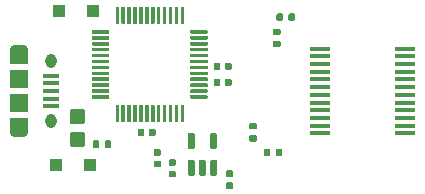
<source format=gtp>
G04 #@! TF.GenerationSoftware,KiCad,Pcbnew,5.1.5+dfsg1-2build2*
G04 #@! TF.CreationDate,2021-12-26T17:25:33+01:00*
G04 #@! TF.ProjectId,combined,636f6d62-696e-4656-942e-6b696361645f,rev?*
G04 #@! TF.SameCoordinates,Original*
G04 #@! TF.FileFunction,Paste,Top*
G04 #@! TF.FilePolarity,Positive*
%FSLAX46Y46*%
G04 Gerber Fmt 4.6, Leading zero omitted, Abs format (unit mm)*
G04 Created by KiCad (PCBNEW 5.1.5+dfsg1-2build2) date 2021-12-26 17:25:33*
%MOMM*%
%LPD*%
G04 APERTURE LIST*
%ADD10C,0.100000*%
%ADD11R,1.750000X0.450000*%
%ADD12O,0.950000X1.250000*%
%ADD13R,1.550000X1.200000*%
%ADD14O,1.550000X0.890000*%
%ADD15R,1.550000X1.500000*%
%ADD16R,1.350000X0.400000*%
%ADD17R,1.100000X1.100000*%
G04 APERTURE END LIST*
D10*
G36*
X84295304Y-37182004D02*
G01*
X84319573Y-37185604D01*
X84343371Y-37191565D01*
X84366471Y-37199830D01*
X84388649Y-37210320D01*
X84409693Y-37222933D01*
X84429398Y-37237547D01*
X84447577Y-37254023D01*
X84464053Y-37272202D01*
X84478667Y-37291907D01*
X84491280Y-37312951D01*
X84501770Y-37335129D01*
X84510035Y-37358229D01*
X84515996Y-37382027D01*
X84519596Y-37406296D01*
X84520800Y-37430800D01*
X84520800Y-38255800D01*
X84519596Y-38280304D01*
X84515996Y-38304573D01*
X84510035Y-38328371D01*
X84501770Y-38351471D01*
X84491280Y-38373649D01*
X84478667Y-38394693D01*
X84464053Y-38414398D01*
X84447577Y-38432577D01*
X84429398Y-38449053D01*
X84409693Y-38463667D01*
X84388649Y-38476280D01*
X84366471Y-38486770D01*
X84343371Y-38495035D01*
X84319573Y-38500996D01*
X84295304Y-38504596D01*
X84270800Y-38505800D01*
X83470800Y-38505800D01*
X83446296Y-38504596D01*
X83422027Y-38500996D01*
X83398229Y-38495035D01*
X83375129Y-38486770D01*
X83352951Y-38476280D01*
X83331907Y-38463667D01*
X83312202Y-38449053D01*
X83294023Y-38432577D01*
X83277547Y-38414398D01*
X83262933Y-38394693D01*
X83250320Y-38373649D01*
X83239830Y-38351471D01*
X83231565Y-38328371D01*
X83225604Y-38304573D01*
X83222004Y-38280304D01*
X83220800Y-38255800D01*
X83220800Y-37430800D01*
X83222004Y-37406296D01*
X83225604Y-37382027D01*
X83231565Y-37358229D01*
X83239830Y-37335129D01*
X83250320Y-37312951D01*
X83262933Y-37291907D01*
X83277547Y-37272202D01*
X83294023Y-37254023D01*
X83312202Y-37237547D01*
X83331907Y-37222933D01*
X83352951Y-37210320D01*
X83375129Y-37199830D01*
X83398229Y-37191565D01*
X83422027Y-37185604D01*
X83446296Y-37182004D01*
X83470800Y-37180800D01*
X84270800Y-37180800D01*
X84295304Y-37182004D01*
G37*
G36*
X84295304Y-35257004D02*
G01*
X84319573Y-35260604D01*
X84343371Y-35266565D01*
X84366471Y-35274830D01*
X84388649Y-35285320D01*
X84409693Y-35297933D01*
X84429398Y-35312547D01*
X84447577Y-35329023D01*
X84464053Y-35347202D01*
X84478667Y-35366907D01*
X84491280Y-35387951D01*
X84501770Y-35410129D01*
X84510035Y-35433229D01*
X84515996Y-35457027D01*
X84519596Y-35481296D01*
X84520800Y-35505800D01*
X84520800Y-36330800D01*
X84519596Y-36355304D01*
X84515996Y-36379573D01*
X84510035Y-36403371D01*
X84501770Y-36426471D01*
X84491280Y-36448649D01*
X84478667Y-36469693D01*
X84464053Y-36489398D01*
X84447577Y-36507577D01*
X84429398Y-36524053D01*
X84409693Y-36538667D01*
X84388649Y-36551280D01*
X84366471Y-36561770D01*
X84343371Y-36570035D01*
X84319573Y-36575996D01*
X84295304Y-36579596D01*
X84270800Y-36580800D01*
X83470800Y-36580800D01*
X83446296Y-36579596D01*
X83422027Y-36575996D01*
X83398229Y-36570035D01*
X83375129Y-36561770D01*
X83352951Y-36551280D01*
X83331907Y-36538667D01*
X83312202Y-36524053D01*
X83294023Y-36507577D01*
X83277547Y-36489398D01*
X83262933Y-36469693D01*
X83250320Y-36448649D01*
X83239830Y-36426471D01*
X83231565Y-36403371D01*
X83225604Y-36379573D01*
X83222004Y-36355304D01*
X83220800Y-36330800D01*
X83220800Y-35505800D01*
X83222004Y-35481296D01*
X83225604Y-35457027D01*
X83231565Y-35433229D01*
X83239830Y-35410129D01*
X83250320Y-35387951D01*
X83262933Y-35366907D01*
X83277547Y-35347202D01*
X83294023Y-35329023D01*
X83312202Y-35312547D01*
X83331907Y-35297933D01*
X83352951Y-35285320D01*
X83375129Y-35274830D01*
X83398229Y-35266565D01*
X83422027Y-35260604D01*
X83446296Y-35257004D01*
X83470800Y-35255800D01*
X84270800Y-35255800D01*
X84295304Y-35257004D01*
G37*
G36*
X85591832Y-37933050D02*
G01*
X85604937Y-37934994D01*
X85617788Y-37938213D01*
X85630262Y-37942676D01*
X85642239Y-37948341D01*
X85653602Y-37955152D01*
X85664243Y-37963044D01*
X85674059Y-37971941D01*
X85682956Y-37981757D01*
X85690848Y-37992398D01*
X85697659Y-38003761D01*
X85703324Y-38015738D01*
X85707787Y-38028212D01*
X85711006Y-38041063D01*
X85712950Y-38054168D01*
X85713600Y-38067400D01*
X85713600Y-38437400D01*
X85712950Y-38450632D01*
X85711006Y-38463737D01*
X85707787Y-38476588D01*
X85703324Y-38489062D01*
X85697659Y-38501039D01*
X85690848Y-38512402D01*
X85682956Y-38523043D01*
X85674059Y-38532859D01*
X85664243Y-38541756D01*
X85653602Y-38549648D01*
X85642239Y-38556459D01*
X85630262Y-38562124D01*
X85617788Y-38566587D01*
X85604937Y-38569806D01*
X85591832Y-38571750D01*
X85578600Y-38572400D01*
X85308600Y-38572400D01*
X85295368Y-38571750D01*
X85282263Y-38569806D01*
X85269412Y-38566587D01*
X85256938Y-38562124D01*
X85244961Y-38556459D01*
X85233598Y-38549648D01*
X85222957Y-38541756D01*
X85213141Y-38532859D01*
X85204244Y-38523043D01*
X85196352Y-38512402D01*
X85189541Y-38501039D01*
X85183876Y-38489062D01*
X85179413Y-38476588D01*
X85176194Y-38463737D01*
X85174250Y-38450632D01*
X85173600Y-38437400D01*
X85173600Y-38067400D01*
X85174250Y-38054168D01*
X85176194Y-38041063D01*
X85179413Y-38028212D01*
X85183876Y-38015738D01*
X85189541Y-38003761D01*
X85196352Y-37992398D01*
X85204244Y-37981757D01*
X85213141Y-37971941D01*
X85222957Y-37963044D01*
X85233598Y-37955152D01*
X85244961Y-37948341D01*
X85256938Y-37942676D01*
X85269412Y-37938213D01*
X85282263Y-37934994D01*
X85295368Y-37933050D01*
X85308600Y-37932400D01*
X85578600Y-37932400D01*
X85591832Y-37933050D01*
G37*
G36*
X86611832Y-37933050D02*
G01*
X86624937Y-37934994D01*
X86637788Y-37938213D01*
X86650262Y-37942676D01*
X86662239Y-37948341D01*
X86673602Y-37955152D01*
X86684243Y-37963044D01*
X86694059Y-37971941D01*
X86702956Y-37981757D01*
X86710848Y-37992398D01*
X86717659Y-38003761D01*
X86723324Y-38015738D01*
X86727787Y-38028212D01*
X86731006Y-38041063D01*
X86732950Y-38054168D01*
X86733600Y-38067400D01*
X86733600Y-38437400D01*
X86732950Y-38450632D01*
X86731006Y-38463737D01*
X86727787Y-38476588D01*
X86723324Y-38489062D01*
X86717659Y-38501039D01*
X86710848Y-38512402D01*
X86702956Y-38523043D01*
X86694059Y-38532859D01*
X86684243Y-38541756D01*
X86673602Y-38549648D01*
X86662239Y-38556459D01*
X86650262Y-38562124D01*
X86637788Y-38566587D01*
X86624937Y-38569806D01*
X86611832Y-38571750D01*
X86598600Y-38572400D01*
X86328600Y-38572400D01*
X86315368Y-38571750D01*
X86302263Y-38569806D01*
X86289412Y-38566587D01*
X86276938Y-38562124D01*
X86264961Y-38556459D01*
X86253598Y-38549648D01*
X86242957Y-38541756D01*
X86233141Y-38532859D01*
X86224244Y-38523043D01*
X86216352Y-38512402D01*
X86209541Y-38501039D01*
X86203876Y-38489062D01*
X86199413Y-38476588D01*
X86196194Y-38463737D01*
X86194250Y-38450632D01*
X86193600Y-38437400D01*
X86193600Y-38067400D01*
X86194250Y-38054168D01*
X86196194Y-38041063D01*
X86199413Y-38028212D01*
X86203876Y-38015738D01*
X86209541Y-38003761D01*
X86216352Y-37992398D01*
X86224244Y-37981757D01*
X86233141Y-37971941D01*
X86242957Y-37963044D01*
X86253598Y-37955152D01*
X86264961Y-37948341D01*
X86276938Y-37942676D01*
X86289412Y-37938213D01*
X86302263Y-37934994D01*
X86315368Y-37933050D01*
X86328600Y-37932400D01*
X86598600Y-37932400D01*
X86611832Y-37933050D01*
G37*
G36*
X93664703Y-37313222D02*
G01*
X93679264Y-37315382D01*
X93693543Y-37318959D01*
X93707403Y-37323918D01*
X93720710Y-37330212D01*
X93733336Y-37337780D01*
X93745159Y-37346548D01*
X93756066Y-37356434D01*
X93765952Y-37367341D01*
X93774720Y-37379164D01*
X93782288Y-37391790D01*
X93788582Y-37405097D01*
X93793541Y-37418957D01*
X93797118Y-37433236D01*
X93799278Y-37447797D01*
X93800000Y-37462500D01*
X93800000Y-38487500D01*
X93799278Y-38502203D01*
X93797118Y-38516764D01*
X93793541Y-38531043D01*
X93788582Y-38544903D01*
X93782288Y-38558210D01*
X93774720Y-38570836D01*
X93765952Y-38582659D01*
X93756066Y-38593566D01*
X93745159Y-38603452D01*
X93733336Y-38612220D01*
X93720710Y-38619788D01*
X93707403Y-38626082D01*
X93693543Y-38631041D01*
X93679264Y-38634618D01*
X93664703Y-38636778D01*
X93650000Y-38637500D01*
X93350000Y-38637500D01*
X93335297Y-38636778D01*
X93320736Y-38634618D01*
X93306457Y-38631041D01*
X93292597Y-38626082D01*
X93279290Y-38619788D01*
X93266664Y-38612220D01*
X93254841Y-38603452D01*
X93243934Y-38593566D01*
X93234048Y-38582659D01*
X93225280Y-38570836D01*
X93217712Y-38558210D01*
X93211418Y-38544903D01*
X93206459Y-38531043D01*
X93202882Y-38516764D01*
X93200722Y-38502203D01*
X93200000Y-38487500D01*
X93200000Y-37462500D01*
X93200722Y-37447797D01*
X93202882Y-37433236D01*
X93206459Y-37418957D01*
X93211418Y-37405097D01*
X93217712Y-37391790D01*
X93225280Y-37379164D01*
X93234048Y-37367341D01*
X93243934Y-37356434D01*
X93254841Y-37346548D01*
X93266664Y-37337780D01*
X93279290Y-37330212D01*
X93292597Y-37323918D01*
X93306457Y-37318959D01*
X93320736Y-37315382D01*
X93335297Y-37313222D01*
X93350000Y-37312500D01*
X93650000Y-37312500D01*
X93664703Y-37313222D01*
G37*
G36*
X95564703Y-37313222D02*
G01*
X95579264Y-37315382D01*
X95593543Y-37318959D01*
X95607403Y-37323918D01*
X95620710Y-37330212D01*
X95633336Y-37337780D01*
X95645159Y-37346548D01*
X95656066Y-37356434D01*
X95665952Y-37367341D01*
X95674720Y-37379164D01*
X95682288Y-37391790D01*
X95688582Y-37405097D01*
X95693541Y-37418957D01*
X95697118Y-37433236D01*
X95699278Y-37447797D01*
X95700000Y-37462500D01*
X95700000Y-38487500D01*
X95699278Y-38502203D01*
X95697118Y-38516764D01*
X95693541Y-38531043D01*
X95688582Y-38544903D01*
X95682288Y-38558210D01*
X95674720Y-38570836D01*
X95665952Y-38582659D01*
X95656066Y-38593566D01*
X95645159Y-38603452D01*
X95633336Y-38612220D01*
X95620710Y-38619788D01*
X95607403Y-38626082D01*
X95593543Y-38631041D01*
X95579264Y-38634618D01*
X95564703Y-38636778D01*
X95550000Y-38637500D01*
X95250000Y-38637500D01*
X95235297Y-38636778D01*
X95220736Y-38634618D01*
X95206457Y-38631041D01*
X95192597Y-38626082D01*
X95179290Y-38619788D01*
X95166664Y-38612220D01*
X95154841Y-38603452D01*
X95143934Y-38593566D01*
X95134048Y-38582659D01*
X95125280Y-38570836D01*
X95117712Y-38558210D01*
X95111418Y-38544903D01*
X95106459Y-38531043D01*
X95102882Y-38516764D01*
X95100722Y-38502203D01*
X95100000Y-38487500D01*
X95100000Y-37462500D01*
X95100722Y-37447797D01*
X95102882Y-37433236D01*
X95106459Y-37418957D01*
X95111418Y-37405097D01*
X95117712Y-37391790D01*
X95125280Y-37379164D01*
X95134048Y-37367341D01*
X95143934Y-37356434D01*
X95154841Y-37346548D01*
X95166664Y-37337780D01*
X95179290Y-37330212D01*
X95192597Y-37323918D01*
X95206457Y-37318959D01*
X95220736Y-37315382D01*
X95235297Y-37313222D01*
X95250000Y-37312500D01*
X95550000Y-37312500D01*
X95564703Y-37313222D01*
G37*
G36*
X95564703Y-39588222D02*
G01*
X95579264Y-39590382D01*
X95593543Y-39593959D01*
X95607403Y-39598918D01*
X95620710Y-39605212D01*
X95633336Y-39612780D01*
X95645159Y-39621548D01*
X95656066Y-39631434D01*
X95665952Y-39642341D01*
X95674720Y-39654164D01*
X95682288Y-39666790D01*
X95688582Y-39680097D01*
X95693541Y-39693957D01*
X95697118Y-39708236D01*
X95699278Y-39722797D01*
X95700000Y-39737500D01*
X95700000Y-40762500D01*
X95699278Y-40777203D01*
X95697118Y-40791764D01*
X95693541Y-40806043D01*
X95688582Y-40819903D01*
X95682288Y-40833210D01*
X95674720Y-40845836D01*
X95665952Y-40857659D01*
X95656066Y-40868566D01*
X95645159Y-40878452D01*
X95633336Y-40887220D01*
X95620710Y-40894788D01*
X95607403Y-40901082D01*
X95593543Y-40906041D01*
X95579264Y-40909618D01*
X95564703Y-40911778D01*
X95550000Y-40912500D01*
X95250000Y-40912500D01*
X95235297Y-40911778D01*
X95220736Y-40909618D01*
X95206457Y-40906041D01*
X95192597Y-40901082D01*
X95179290Y-40894788D01*
X95166664Y-40887220D01*
X95154841Y-40878452D01*
X95143934Y-40868566D01*
X95134048Y-40857659D01*
X95125280Y-40845836D01*
X95117712Y-40833210D01*
X95111418Y-40819903D01*
X95106459Y-40806043D01*
X95102882Y-40791764D01*
X95100722Y-40777203D01*
X95100000Y-40762500D01*
X95100000Y-39737500D01*
X95100722Y-39722797D01*
X95102882Y-39708236D01*
X95106459Y-39693957D01*
X95111418Y-39680097D01*
X95117712Y-39666790D01*
X95125280Y-39654164D01*
X95134048Y-39642341D01*
X95143934Y-39631434D01*
X95154841Y-39621548D01*
X95166664Y-39612780D01*
X95179290Y-39605212D01*
X95192597Y-39598918D01*
X95206457Y-39593959D01*
X95220736Y-39590382D01*
X95235297Y-39588222D01*
X95250000Y-39587500D01*
X95550000Y-39587500D01*
X95564703Y-39588222D01*
G37*
G36*
X94614703Y-39588222D02*
G01*
X94629264Y-39590382D01*
X94643543Y-39593959D01*
X94657403Y-39598918D01*
X94670710Y-39605212D01*
X94683336Y-39612780D01*
X94695159Y-39621548D01*
X94706066Y-39631434D01*
X94715952Y-39642341D01*
X94724720Y-39654164D01*
X94732288Y-39666790D01*
X94738582Y-39680097D01*
X94743541Y-39693957D01*
X94747118Y-39708236D01*
X94749278Y-39722797D01*
X94750000Y-39737500D01*
X94750000Y-40762500D01*
X94749278Y-40777203D01*
X94747118Y-40791764D01*
X94743541Y-40806043D01*
X94738582Y-40819903D01*
X94732288Y-40833210D01*
X94724720Y-40845836D01*
X94715952Y-40857659D01*
X94706066Y-40868566D01*
X94695159Y-40878452D01*
X94683336Y-40887220D01*
X94670710Y-40894788D01*
X94657403Y-40901082D01*
X94643543Y-40906041D01*
X94629264Y-40909618D01*
X94614703Y-40911778D01*
X94600000Y-40912500D01*
X94300000Y-40912500D01*
X94285297Y-40911778D01*
X94270736Y-40909618D01*
X94256457Y-40906041D01*
X94242597Y-40901082D01*
X94229290Y-40894788D01*
X94216664Y-40887220D01*
X94204841Y-40878452D01*
X94193934Y-40868566D01*
X94184048Y-40857659D01*
X94175280Y-40845836D01*
X94167712Y-40833210D01*
X94161418Y-40819903D01*
X94156459Y-40806043D01*
X94152882Y-40791764D01*
X94150722Y-40777203D01*
X94150000Y-40762500D01*
X94150000Y-39737500D01*
X94150722Y-39722797D01*
X94152882Y-39708236D01*
X94156459Y-39693957D01*
X94161418Y-39680097D01*
X94167712Y-39666790D01*
X94175280Y-39654164D01*
X94184048Y-39642341D01*
X94193934Y-39631434D01*
X94204841Y-39621548D01*
X94216664Y-39612780D01*
X94229290Y-39605212D01*
X94242597Y-39598918D01*
X94256457Y-39593959D01*
X94270736Y-39590382D01*
X94285297Y-39588222D01*
X94300000Y-39587500D01*
X94600000Y-39587500D01*
X94614703Y-39588222D01*
G37*
G36*
X93664703Y-39588222D02*
G01*
X93679264Y-39590382D01*
X93693543Y-39593959D01*
X93707403Y-39598918D01*
X93720710Y-39605212D01*
X93733336Y-39612780D01*
X93745159Y-39621548D01*
X93756066Y-39631434D01*
X93765952Y-39642341D01*
X93774720Y-39654164D01*
X93782288Y-39666790D01*
X93788582Y-39680097D01*
X93793541Y-39693957D01*
X93797118Y-39708236D01*
X93799278Y-39722797D01*
X93800000Y-39737500D01*
X93800000Y-40762500D01*
X93799278Y-40777203D01*
X93797118Y-40791764D01*
X93793541Y-40806043D01*
X93788582Y-40819903D01*
X93782288Y-40833210D01*
X93774720Y-40845836D01*
X93765952Y-40857659D01*
X93756066Y-40868566D01*
X93745159Y-40878452D01*
X93733336Y-40887220D01*
X93720710Y-40894788D01*
X93707403Y-40901082D01*
X93693543Y-40906041D01*
X93679264Y-40909618D01*
X93664703Y-40911778D01*
X93650000Y-40912500D01*
X93350000Y-40912500D01*
X93335297Y-40911778D01*
X93320736Y-40909618D01*
X93306457Y-40906041D01*
X93292597Y-40901082D01*
X93279290Y-40894788D01*
X93266664Y-40887220D01*
X93254841Y-40878452D01*
X93243934Y-40868566D01*
X93234048Y-40857659D01*
X93225280Y-40845836D01*
X93217712Y-40833210D01*
X93211418Y-40819903D01*
X93206459Y-40806043D01*
X93202882Y-40791764D01*
X93200722Y-40777203D01*
X93200000Y-40762500D01*
X93200000Y-39737500D01*
X93200722Y-39722797D01*
X93202882Y-39708236D01*
X93206459Y-39693957D01*
X93211418Y-39680097D01*
X93217712Y-39666790D01*
X93225280Y-39654164D01*
X93234048Y-39642341D01*
X93243934Y-39631434D01*
X93254841Y-39621548D01*
X93266664Y-39612780D01*
X93279290Y-39605212D01*
X93292597Y-39598918D01*
X93306457Y-39593959D01*
X93320736Y-39590382D01*
X93335297Y-39588222D01*
X93350000Y-39587500D01*
X93650000Y-39587500D01*
X93664703Y-39588222D01*
G37*
D11*
X104400000Y-37325000D03*
X104400000Y-36675000D03*
X104400000Y-36025000D03*
X104400000Y-35375000D03*
X104400000Y-34725000D03*
X104400000Y-34075000D03*
X104400000Y-33425000D03*
X104400000Y-32775000D03*
X104400000Y-32125000D03*
X104400000Y-31475000D03*
X104400000Y-30825000D03*
X104400000Y-30175000D03*
X111600000Y-30175000D03*
X111600000Y-30825000D03*
X111600000Y-31475000D03*
X111600000Y-32125000D03*
X111600000Y-32775000D03*
X111600000Y-33425000D03*
X111600000Y-34075000D03*
X111600000Y-34725000D03*
X111600000Y-35375000D03*
X111600000Y-36025000D03*
X111600000Y-36675000D03*
X111600000Y-37325000D03*
D10*
G36*
X92832351Y-34925361D02*
G01*
X92839632Y-34926441D01*
X92846771Y-34928229D01*
X92853701Y-34930709D01*
X92860355Y-34933856D01*
X92866668Y-34937640D01*
X92872579Y-34942024D01*
X92878033Y-34946967D01*
X92882976Y-34952421D01*
X92887360Y-34958332D01*
X92891144Y-34964645D01*
X92894291Y-34971299D01*
X92896771Y-34978229D01*
X92898559Y-34985368D01*
X92899639Y-34992649D01*
X92900000Y-35000000D01*
X92900000Y-36325000D01*
X92899639Y-36332351D01*
X92898559Y-36339632D01*
X92896771Y-36346771D01*
X92894291Y-36353701D01*
X92891144Y-36360355D01*
X92887360Y-36366668D01*
X92882976Y-36372579D01*
X92878033Y-36378033D01*
X92872579Y-36382976D01*
X92866668Y-36387360D01*
X92860355Y-36391144D01*
X92853701Y-36394291D01*
X92846771Y-36396771D01*
X92839632Y-36398559D01*
X92832351Y-36399639D01*
X92825000Y-36400000D01*
X92675000Y-36400000D01*
X92667649Y-36399639D01*
X92660368Y-36398559D01*
X92653229Y-36396771D01*
X92646299Y-36394291D01*
X92639645Y-36391144D01*
X92633332Y-36387360D01*
X92627421Y-36382976D01*
X92621967Y-36378033D01*
X92617024Y-36372579D01*
X92612640Y-36366668D01*
X92608856Y-36360355D01*
X92605709Y-36353701D01*
X92603229Y-36346771D01*
X92601441Y-36339632D01*
X92600361Y-36332351D01*
X92600000Y-36325000D01*
X92600000Y-35000000D01*
X92600361Y-34992649D01*
X92601441Y-34985368D01*
X92603229Y-34978229D01*
X92605709Y-34971299D01*
X92608856Y-34964645D01*
X92612640Y-34958332D01*
X92617024Y-34952421D01*
X92621967Y-34946967D01*
X92627421Y-34942024D01*
X92633332Y-34937640D01*
X92639645Y-34933856D01*
X92646299Y-34930709D01*
X92653229Y-34928229D01*
X92660368Y-34926441D01*
X92667649Y-34925361D01*
X92675000Y-34925000D01*
X92825000Y-34925000D01*
X92832351Y-34925361D01*
G37*
G36*
X92332351Y-34925361D02*
G01*
X92339632Y-34926441D01*
X92346771Y-34928229D01*
X92353701Y-34930709D01*
X92360355Y-34933856D01*
X92366668Y-34937640D01*
X92372579Y-34942024D01*
X92378033Y-34946967D01*
X92382976Y-34952421D01*
X92387360Y-34958332D01*
X92391144Y-34964645D01*
X92394291Y-34971299D01*
X92396771Y-34978229D01*
X92398559Y-34985368D01*
X92399639Y-34992649D01*
X92400000Y-35000000D01*
X92400000Y-36325000D01*
X92399639Y-36332351D01*
X92398559Y-36339632D01*
X92396771Y-36346771D01*
X92394291Y-36353701D01*
X92391144Y-36360355D01*
X92387360Y-36366668D01*
X92382976Y-36372579D01*
X92378033Y-36378033D01*
X92372579Y-36382976D01*
X92366668Y-36387360D01*
X92360355Y-36391144D01*
X92353701Y-36394291D01*
X92346771Y-36396771D01*
X92339632Y-36398559D01*
X92332351Y-36399639D01*
X92325000Y-36400000D01*
X92175000Y-36400000D01*
X92167649Y-36399639D01*
X92160368Y-36398559D01*
X92153229Y-36396771D01*
X92146299Y-36394291D01*
X92139645Y-36391144D01*
X92133332Y-36387360D01*
X92127421Y-36382976D01*
X92121967Y-36378033D01*
X92117024Y-36372579D01*
X92112640Y-36366668D01*
X92108856Y-36360355D01*
X92105709Y-36353701D01*
X92103229Y-36346771D01*
X92101441Y-36339632D01*
X92100361Y-36332351D01*
X92100000Y-36325000D01*
X92100000Y-35000000D01*
X92100361Y-34992649D01*
X92101441Y-34985368D01*
X92103229Y-34978229D01*
X92105709Y-34971299D01*
X92108856Y-34964645D01*
X92112640Y-34958332D01*
X92117024Y-34952421D01*
X92121967Y-34946967D01*
X92127421Y-34942024D01*
X92133332Y-34937640D01*
X92139645Y-34933856D01*
X92146299Y-34930709D01*
X92153229Y-34928229D01*
X92160368Y-34926441D01*
X92167649Y-34925361D01*
X92175000Y-34925000D01*
X92325000Y-34925000D01*
X92332351Y-34925361D01*
G37*
G36*
X91832351Y-34925361D02*
G01*
X91839632Y-34926441D01*
X91846771Y-34928229D01*
X91853701Y-34930709D01*
X91860355Y-34933856D01*
X91866668Y-34937640D01*
X91872579Y-34942024D01*
X91878033Y-34946967D01*
X91882976Y-34952421D01*
X91887360Y-34958332D01*
X91891144Y-34964645D01*
X91894291Y-34971299D01*
X91896771Y-34978229D01*
X91898559Y-34985368D01*
X91899639Y-34992649D01*
X91900000Y-35000000D01*
X91900000Y-36325000D01*
X91899639Y-36332351D01*
X91898559Y-36339632D01*
X91896771Y-36346771D01*
X91894291Y-36353701D01*
X91891144Y-36360355D01*
X91887360Y-36366668D01*
X91882976Y-36372579D01*
X91878033Y-36378033D01*
X91872579Y-36382976D01*
X91866668Y-36387360D01*
X91860355Y-36391144D01*
X91853701Y-36394291D01*
X91846771Y-36396771D01*
X91839632Y-36398559D01*
X91832351Y-36399639D01*
X91825000Y-36400000D01*
X91675000Y-36400000D01*
X91667649Y-36399639D01*
X91660368Y-36398559D01*
X91653229Y-36396771D01*
X91646299Y-36394291D01*
X91639645Y-36391144D01*
X91633332Y-36387360D01*
X91627421Y-36382976D01*
X91621967Y-36378033D01*
X91617024Y-36372579D01*
X91612640Y-36366668D01*
X91608856Y-36360355D01*
X91605709Y-36353701D01*
X91603229Y-36346771D01*
X91601441Y-36339632D01*
X91600361Y-36332351D01*
X91600000Y-36325000D01*
X91600000Y-35000000D01*
X91600361Y-34992649D01*
X91601441Y-34985368D01*
X91603229Y-34978229D01*
X91605709Y-34971299D01*
X91608856Y-34964645D01*
X91612640Y-34958332D01*
X91617024Y-34952421D01*
X91621967Y-34946967D01*
X91627421Y-34942024D01*
X91633332Y-34937640D01*
X91639645Y-34933856D01*
X91646299Y-34930709D01*
X91653229Y-34928229D01*
X91660368Y-34926441D01*
X91667649Y-34925361D01*
X91675000Y-34925000D01*
X91825000Y-34925000D01*
X91832351Y-34925361D01*
G37*
G36*
X91332351Y-34925361D02*
G01*
X91339632Y-34926441D01*
X91346771Y-34928229D01*
X91353701Y-34930709D01*
X91360355Y-34933856D01*
X91366668Y-34937640D01*
X91372579Y-34942024D01*
X91378033Y-34946967D01*
X91382976Y-34952421D01*
X91387360Y-34958332D01*
X91391144Y-34964645D01*
X91394291Y-34971299D01*
X91396771Y-34978229D01*
X91398559Y-34985368D01*
X91399639Y-34992649D01*
X91400000Y-35000000D01*
X91400000Y-36325000D01*
X91399639Y-36332351D01*
X91398559Y-36339632D01*
X91396771Y-36346771D01*
X91394291Y-36353701D01*
X91391144Y-36360355D01*
X91387360Y-36366668D01*
X91382976Y-36372579D01*
X91378033Y-36378033D01*
X91372579Y-36382976D01*
X91366668Y-36387360D01*
X91360355Y-36391144D01*
X91353701Y-36394291D01*
X91346771Y-36396771D01*
X91339632Y-36398559D01*
X91332351Y-36399639D01*
X91325000Y-36400000D01*
X91175000Y-36400000D01*
X91167649Y-36399639D01*
X91160368Y-36398559D01*
X91153229Y-36396771D01*
X91146299Y-36394291D01*
X91139645Y-36391144D01*
X91133332Y-36387360D01*
X91127421Y-36382976D01*
X91121967Y-36378033D01*
X91117024Y-36372579D01*
X91112640Y-36366668D01*
X91108856Y-36360355D01*
X91105709Y-36353701D01*
X91103229Y-36346771D01*
X91101441Y-36339632D01*
X91100361Y-36332351D01*
X91100000Y-36325000D01*
X91100000Y-35000000D01*
X91100361Y-34992649D01*
X91101441Y-34985368D01*
X91103229Y-34978229D01*
X91105709Y-34971299D01*
X91108856Y-34964645D01*
X91112640Y-34958332D01*
X91117024Y-34952421D01*
X91121967Y-34946967D01*
X91127421Y-34942024D01*
X91133332Y-34937640D01*
X91139645Y-34933856D01*
X91146299Y-34930709D01*
X91153229Y-34928229D01*
X91160368Y-34926441D01*
X91167649Y-34925361D01*
X91175000Y-34925000D01*
X91325000Y-34925000D01*
X91332351Y-34925361D01*
G37*
G36*
X90832351Y-34925361D02*
G01*
X90839632Y-34926441D01*
X90846771Y-34928229D01*
X90853701Y-34930709D01*
X90860355Y-34933856D01*
X90866668Y-34937640D01*
X90872579Y-34942024D01*
X90878033Y-34946967D01*
X90882976Y-34952421D01*
X90887360Y-34958332D01*
X90891144Y-34964645D01*
X90894291Y-34971299D01*
X90896771Y-34978229D01*
X90898559Y-34985368D01*
X90899639Y-34992649D01*
X90900000Y-35000000D01*
X90900000Y-36325000D01*
X90899639Y-36332351D01*
X90898559Y-36339632D01*
X90896771Y-36346771D01*
X90894291Y-36353701D01*
X90891144Y-36360355D01*
X90887360Y-36366668D01*
X90882976Y-36372579D01*
X90878033Y-36378033D01*
X90872579Y-36382976D01*
X90866668Y-36387360D01*
X90860355Y-36391144D01*
X90853701Y-36394291D01*
X90846771Y-36396771D01*
X90839632Y-36398559D01*
X90832351Y-36399639D01*
X90825000Y-36400000D01*
X90675000Y-36400000D01*
X90667649Y-36399639D01*
X90660368Y-36398559D01*
X90653229Y-36396771D01*
X90646299Y-36394291D01*
X90639645Y-36391144D01*
X90633332Y-36387360D01*
X90627421Y-36382976D01*
X90621967Y-36378033D01*
X90617024Y-36372579D01*
X90612640Y-36366668D01*
X90608856Y-36360355D01*
X90605709Y-36353701D01*
X90603229Y-36346771D01*
X90601441Y-36339632D01*
X90600361Y-36332351D01*
X90600000Y-36325000D01*
X90600000Y-35000000D01*
X90600361Y-34992649D01*
X90601441Y-34985368D01*
X90603229Y-34978229D01*
X90605709Y-34971299D01*
X90608856Y-34964645D01*
X90612640Y-34958332D01*
X90617024Y-34952421D01*
X90621967Y-34946967D01*
X90627421Y-34942024D01*
X90633332Y-34937640D01*
X90639645Y-34933856D01*
X90646299Y-34930709D01*
X90653229Y-34928229D01*
X90660368Y-34926441D01*
X90667649Y-34925361D01*
X90675000Y-34925000D01*
X90825000Y-34925000D01*
X90832351Y-34925361D01*
G37*
G36*
X90332351Y-34925361D02*
G01*
X90339632Y-34926441D01*
X90346771Y-34928229D01*
X90353701Y-34930709D01*
X90360355Y-34933856D01*
X90366668Y-34937640D01*
X90372579Y-34942024D01*
X90378033Y-34946967D01*
X90382976Y-34952421D01*
X90387360Y-34958332D01*
X90391144Y-34964645D01*
X90394291Y-34971299D01*
X90396771Y-34978229D01*
X90398559Y-34985368D01*
X90399639Y-34992649D01*
X90400000Y-35000000D01*
X90400000Y-36325000D01*
X90399639Y-36332351D01*
X90398559Y-36339632D01*
X90396771Y-36346771D01*
X90394291Y-36353701D01*
X90391144Y-36360355D01*
X90387360Y-36366668D01*
X90382976Y-36372579D01*
X90378033Y-36378033D01*
X90372579Y-36382976D01*
X90366668Y-36387360D01*
X90360355Y-36391144D01*
X90353701Y-36394291D01*
X90346771Y-36396771D01*
X90339632Y-36398559D01*
X90332351Y-36399639D01*
X90325000Y-36400000D01*
X90175000Y-36400000D01*
X90167649Y-36399639D01*
X90160368Y-36398559D01*
X90153229Y-36396771D01*
X90146299Y-36394291D01*
X90139645Y-36391144D01*
X90133332Y-36387360D01*
X90127421Y-36382976D01*
X90121967Y-36378033D01*
X90117024Y-36372579D01*
X90112640Y-36366668D01*
X90108856Y-36360355D01*
X90105709Y-36353701D01*
X90103229Y-36346771D01*
X90101441Y-36339632D01*
X90100361Y-36332351D01*
X90100000Y-36325000D01*
X90100000Y-35000000D01*
X90100361Y-34992649D01*
X90101441Y-34985368D01*
X90103229Y-34978229D01*
X90105709Y-34971299D01*
X90108856Y-34964645D01*
X90112640Y-34958332D01*
X90117024Y-34952421D01*
X90121967Y-34946967D01*
X90127421Y-34942024D01*
X90133332Y-34937640D01*
X90139645Y-34933856D01*
X90146299Y-34930709D01*
X90153229Y-34928229D01*
X90160368Y-34926441D01*
X90167649Y-34925361D01*
X90175000Y-34925000D01*
X90325000Y-34925000D01*
X90332351Y-34925361D01*
G37*
G36*
X89832351Y-34925361D02*
G01*
X89839632Y-34926441D01*
X89846771Y-34928229D01*
X89853701Y-34930709D01*
X89860355Y-34933856D01*
X89866668Y-34937640D01*
X89872579Y-34942024D01*
X89878033Y-34946967D01*
X89882976Y-34952421D01*
X89887360Y-34958332D01*
X89891144Y-34964645D01*
X89894291Y-34971299D01*
X89896771Y-34978229D01*
X89898559Y-34985368D01*
X89899639Y-34992649D01*
X89900000Y-35000000D01*
X89900000Y-36325000D01*
X89899639Y-36332351D01*
X89898559Y-36339632D01*
X89896771Y-36346771D01*
X89894291Y-36353701D01*
X89891144Y-36360355D01*
X89887360Y-36366668D01*
X89882976Y-36372579D01*
X89878033Y-36378033D01*
X89872579Y-36382976D01*
X89866668Y-36387360D01*
X89860355Y-36391144D01*
X89853701Y-36394291D01*
X89846771Y-36396771D01*
X89839632Y-36398559D01*
X89832351Y-36399639D01*
X89825000Y-36400000D01*
X89675000Y-36400000D01*
X89667649Y-36399639D01*
X89660368Y-36398559D01*
X89653229Y-36396771D01*
X89646299Y-36394291D01*
X89639645Y-36391144D01*
X89633332Y-36387360D01*
X89627421Y-36382976D01*
X89621967Y-36378033D01*
X89617024Y-36372579D01*
X89612640Y-36366668D01*
X89608856Y-36360355D01*
X89605709Y-36353701D01*
X89603229Y-36346771D01*
X89601441Y-36339632D01*
X89600361Y-36332351D01*
X89600000Y-36325000D01*
X89600000Y-35000000D01*
X89600361Y-34992649D01*
X89601441Y-34985368D01*
X89603229Y-34978229D01*
X89605709Y-34971299D01*
X89608856Y-34964645D01*
X89612640Y-34958332D01*
X89617024Y-34952421D01*
X89621967Y-34946967D01*
X89627421Y-34942024D01*
X89633332Y-34937640D01*
X89639645Y-34933856D01*
X89646299Y-34930709D01*
X89653229Y-34928229D01*
X89660368Y-34926441D01*
X89667649Y-34925361D01*
X89675000Y-34925000D01*
X89825000Y-34925000D01*
X89832351Y-34925361D01*
G37*
G36*
X89332351Y-34925361D02*
G01*
X89339632Y-34926441D01*
X89346771Y-34928229D01*
X89353701Y-34930709D01*
X89360355Y-34933856D01*
X89366668Y-34937640D01*
X89372579Y-34942024D01*
X89378033Y-34946967D01*
X89382976Y-34952421D01*
X89387360Y-34958332D01*
X89391144Y-34964645D01*
X89394291Y-34971299D01*
X89396771Y-34978229D01*
X89398559Y-34985368D01*
X89399639Y-34992649D01*
X89400000Y-35000000D01*
X89400000Y-36325000D01*
X89399639Y-36332351D01*
X89398559Y-36339632D01*
X89396771Y-36346771D01*
X89394291Y-36353701D01*
X89391144Y-36360355D01*
X89387360Y-36366668D01*
X89382976Y-36372579D01*
X89378033Y-36378033D01*
X89372579Y-36382976D01*
X89366668Y-36387360D01*
X89360355Y-36391144D01*
X89353701Y-36394291D01*
X89346771Y-36396771D01*
X89339632Y-36398559D01*
X89332351Y-36399639D01*
X89325000Y-36400000D01*
X89175000Y-36400000D01*
X89167649Y-36399639D01*
X89160368Y-36398559D01*
X89153229Y-36396771D01*
X89146299Y-36394291D01*
X89139645Y-36391144D01*
X89133332Y-36387360D01*
X89127421Y-36382976D01*
X89121967Y-36378033D01*
X89117024Y-36372579D01*
X89112640Y-36366668D01*
X89108856Y-36360355D01*
X89105709Y-36353701D01*
X89103229Y-36346771D01*
X89101441Y-36339632D01*
X89100361Y-36332351D01*
X89100000Y-36325000D01*
X89100000Y-35000000D01*
X89100361Y-34992649D01*
X89101441Y-34985368D01*
X89103229Y-34978229D01*
X89105709Y-34971299D01*
X89108856Y-34964645D01*
X89112640Y-34958332D01*
X89117024Y-34952421D01*
X89121967Y-34946967D01*
X89127421Y-34942024D01*
X89133332Y-34937640D01*
X89139645Y-34933856D01*
X89146299Y-34930709D01*
X89153229Y-34928229D01*
X89160368Y-34926441D01*
X89167649Y-34925361D01*
X89175000Y-34925000D01*
X89325000Y-34925000D01*
X89332351Y-34925361D01*
G37*
G36*
X88832351Y-34925361D02*
G01*
X88839632Y-34926441D01*
X88846771Y-34928229D01*
X88853701Y-34930709D01*
X88860355Y-34933856D01*
X88866668Y-34937640D01*
X88872579Y-34942024D01*
X88878033Y-34946967D01*
X88882976Y-34952421D01*
X88887360Y-34958332D01*
X88891144Y-34964645D01*
X88894291Y-34971299D01*
X88896771Y-34978229D01*
X88898559Y-34985368D01*
X88899639Y-34992649D01*
X88900000Y-35000000D01*
X88900000Y-36325000D01*
X88899639Y-36332351D01*
X88898559Y-36339632D01*
X88896771Y-36346771D01*
X88894291Y-36353701D01*
X88891144Y-36360355D01*
X88887360Y-36366668D01*
X88882976Y-36372579D01*
X88878033Y-36378033D01*
X88872579Y-36382976D01*
X88866668Y-36387360D01*
X88860355Y-36391144D01*
X88853701Y-36394291D01*
X88846771Y-36396771D01*
X88839632Y-36398559D01*
X88832351Y-36399639D01*
X88825000Y-36400000D01*
X88675000Y-36400000D01*
X88667649Y-36399639D01*
X88660368Y-36398559D01*
X88653229Y-36396771D01*
X88646299Y-36394291D01*
X88639645Y-36391144D01*
X88633332Y-36387360D01*
X88627421Y-36382976D01*
X88621967Y-36378033D01*
X88617024Y-36372579D01*
X88612640Y-36366668D01*
X88608856Y-36360355D01*
X88605709Y-36353701D01*
X88603229Y-36346771D01*
X88601441Y-36339632D01*
X88600361Y-36332351D01*
X88600000Y-36325000D01*
X88600000Y-35000000D01*
X88600361Y-34992649D01*
X88601441Y-34985368D01*
X88603229Y-34978229D01*
X88605709Y-34971299D01*
X88608856Y-34964645D01*
X88612640Y-34958332D01*
X88617024Y-34952421D01*
X88621967Y-34946967D01*
X88627421Y-34942024D01*
X88633332Y-34937640D01*
X88639645Y-34933856D01*
X88646299Y-34930709D01*
X88653229Y-34928229D01*
X88660368Y-34926441D01*
X88667649Y-34925361D01*
X88675000Y-34925000D01*
X88825000Y-34925000D01*
X88832351Y-34925361D01*
G37*
G36*
X88332351Y-34925361D02*
G01*
X88339632Y-34926441D01*
X88346771Y-34928229D01*
X88353701Y-34930709D01*
X88360355Y-34933856D01*
X88366668Y-34937640D01*
X88372579Y-34942024D01*
X88378033Y-34946967D01*
X88382976Y-34952421D01*
X88387360Y-34958332D01*
X88391144Y-34964645D01*
X88394291Y-34971299D01*
X88396771Y-34978229D01*
X88398559Y-34985368D01*
X88399639Y-34992649D01*
X88400000Y-35000000D01*
X88400000Y-36325000D01*
X88399639Y-36332351D01*
X88398559Y-36339632D01*
X88396771Y-36346771D01*
X88394291Y-36353701D01*
X88391144Y-36360355D01*
X88387360Y-36366668D01*
X88382976Y-36372579D01*
X88378033Y-36378033D01*
X88372579Y-36382976D01*
X88366668Y-36387360D01*
X88360355Y-36391144D01*
X88353701Y-36394291D01*
X88346771Y-36396771D01*
X88339632Y-36398559D01*
X88332351Y-36399639D01*
X88325000Y-36400000D01*
X88175000Y-36400000D01*
X88167649Y-36399639D01*
X88160368Y-36398559D01*
X88153229Y-36396771D01*
X88146299Y-36394291D01*
X88139645Y-36391144D01*
X88133332Y-36387360D01*
X88127421Y-36382976D01*
X88121967Y-36378033D01*
X88117024Y-36372579D01*
X88112640Y-36366668D01*
X88108856Y-36360355D01*
X88105709Y-36353701D01*
X88103229Y-36346771D01*
X88101441Y-36339632D01*
X88100361Y-36332351D01*
X88100000Y-36325000D01*
X88100000Y-35000000D01*
X88100361Y-34992649D01*
X88101441Y-34985368D01*
X88103229Y-34978229D01*
X88105709Y-34971299D01*
X88108856Y-34964645D01*
X88112640Y-34958332D01*
X88117024Y-34952421D01*
X88121967Y-34946967D01*
X88127421Y-34942024D01*
X88133332Y-34937640D01*
X88139645Y-34933856D01*
X88146299Y-34930709D01*
X88153229Y-34928229D01*
X88160368Y-34926441D01*
X88167649Y-34925361D01*
X88175000Y-34925000D01*
X88325000Y-34925000D01*
X88332351Y-34925361D01*
G37*
G36*
X87832351Y-34925361D02*
G01*
X87839632Y-34926441D01*
X87846771Y-34928229D01*
X87853701Y-34930709D01*
X87860355Y-34933856D01*
X87866668Y-34937640D01*
X87872579Y-34942024D01*
X87878033Y-34946967D01*
X87882976Y-34952421D01*
X87887360Y-34958332D01*
X87891144Y-34964645D01*
X87894291Y-34971299D01*
X87896771Y-34978229D01*
X87898559Y-34985368D01*
X87899639Y-34992649D01*
X87900000Y-35000000D01*
X87900000Y-36325000D01*
X87899639Y-36332351D01*
X87898559Y-36339632D01*
X87896771Y-36346771D01*
X87894291Y-36353701D01*
X87891144Y-36360355D01*
X87887360Y-36366668D01*
X87882976Y-36372579D01*
X87878033Y-36378033D01*
X87872579Y-36382976D01*
X87866668Y-36387360D01*
X87860355Y-36391144D01*
X87853701Y-36394291D01*
X87846771Y-36396771D01*
X87839632Y-36398559D01*
X87832351Y-36399639D01*
X87825000Y-36400000D01*
X87675000Y-36400000D01*
X87667649Y-36399639D01*
X87660368Y-36398559D01*
X87653229Y-36396771D01*
X87646299Y-36394291D01*
X87639645Y-36391144D01*
X87633332Y-36387360D01*
X87627421Y-36382976D01*
X87621967Y-36378033D01*
X87617024Y-36372579D01*
X87612640Y-36366668D01*
X87608856Y-36360355D01*
X87605709Y-36353701D01*
X87603229Y-36346771D01*
X87601441Y-36339632D01*
X87600361Y-36332351D01*
X87600000Y-36325000D01*
X87600000Y-35000000D01*
X87600361Y-34992649D01*
X87601441Y-34985368D01*
X87603229Y-34978229D01*
X87605709Y-34971299D01*
X87608856Y-34964645D01*
X87612640Y-34958332D01*
X87617024Y-34952421D01*
X87621967Y-34946967D01*
X87627421Y-34942024D01*
X87633332Y-34937640D01*
X87639645Y-34933856D01*
X87646299Y-34930709D01*
X87653229Y-34928229D01*
X87660368Y-34926441D01*
X87667649Y-34925361D01*
X87675000Y-34925000D01*
X87825000Y-34925000D01*
X87832351Y-34925361D01*
G37*
G36*
X87332351Y-34925361D02*
G01*
X87339632Y-34926441D01*
X87346771Y-34928229D01*
X87353701Y-34930709D01*
X87360355Y-34933856D01*
X87366668Y-34937640D01*
X87372579Y-34942024D01*
X87378033Y-34946967D01*
X87382976Y-34952421D01*
X87387360Y-34958332D01*
X87391144Y-34964645D01*
X87394291Y-34971299D01*
X87396771Y-34978229D01*
X87398559Y-34985368D01*
X87399639Y-34992649D01*
X87400000Y-35000000D01*
X87400000Y-36325000D01*
X87399639Y-36332351D01*
X87398559Y-36339632D01*
X87396771Y-36346771D01*
X87394291Y-36353701D01*
X87391144Y-36360355D01*
X87387360Y-36366668D01*
X87382976Y-36372579D01*
X87378033Y-36378033D01*
X87372579Y-36382976D01*
X87366668Y-36387360D01*
X87360355Y-36391144D01*
X87353701Y-36394291D01*
X87346771Y-36396771D01*
X87339632Y-36398559D01*
X87332351Y-36399639D01*
X87325000Y-36400000D01*
X87175000Y-36400000D01*
X87167649Y-36399639D01*
X87160368Y-36398559D01*
X87153229Y-36396771D01*
X87146299Y-36394291D01*
X87139645Y-36391144D01*
X87133332Y-36387360D01*
X87127421Y-36382976D01*
X87121967Y-36378033D01*
X87117024Y-36372579D01*
X87112640Y-36366668D01*
X87108856Y-36360355D01*
X87105709Y-36353701D01*
X87103229Y-36346771D01*
X87101441Y-36339632D01*
X87100361Y-36332351D01*
X87100000Y-36325000D01*
X87100000Y-35000000D01*
X87100361Y-34992649D01*
X87101441Y-34985368D01*
X87103229Y-34978229D01*
X87105709Y-34971299D01*
X87108856Y-34964645D01*
X87112640Y-34958332D01*
X87117024Y-34952421D01*
X87121967Y-34946967D01*
X87127421Y-34942024D01*
X87133332Y-34937640D01*
X87139645Y-34933856D01*
X87146299Y-34930709D01*
X87153229Y-34928229D01*
X87160368Y-34926441D01*
X87167649Y-34925361D01*
X87175000Y-34925000D01*
X87325000Y-34925000D01*
X87332351Y-34925361D01*
G37*
G36*
X86507351Y-34100361D02*
G01*
X86514632Y-34101441D01*
X86521771Y-34103229D01*
X86528701Y-34105709D01*
X86535355Y-34108856D01*
X86541668Y-34112640D01*
X86547579Y-34117024D01*
X86553033Y-34121967D01*
X86557976Y-34127421D01*
X86562360Y-34133332D01*
X86566144Y-34139645D01*
X86569291Y-34146299D01*
X86571771Y-34153229D01*
X86573559Y-34160368D01*
X86574639Y-34167649D01*
X86575000Y-34175000D01*
X86575000Y-34325000D01*
X86574639Y-34332351D01*
X86573559Y-34339632D01*
X86571771Y-34346771D01*
X86569291Y-34353701D01*
X86566144Y-34360355D01*
X86562360Y-34366668D01*
X86557976Y-34372579D01*
X86553033Y-34378033D01*
X86547579Y-34382976D01*
X86541668Y-34387360D01*
X86535355Y-34391144D01*
X86528701Y-34394291D01*
X86521771Y-34396771D01*
X86514632Y-34398559D01*
X86507351Y-34399639D01*
X86500000Y-34400000D01*
X85175000Y-34400000D01*
X85167649Y-34399639D01*
X85160368Y-34398559D01*
X85153229Y-34396771D01*
X85146299Y-34394291D01*
X85139645Y-34391144D01*
X85133332Y-34387360D01*
X85127421Y-34382976D01*
X85121967Y-34378033D01*
X85117024Y-34372579D01*
X85112640Y-34366668D01*
X85108856Y-34360355D01*
X85105709Y-34353701D01*
X85103229Y-34346771D01*
X85101441Y-34339632D01*
X85100361Y-34332351D01*
X85100000Y-34325000D01*
X85100000Y-34175000D01*
X85100361Y-34167649D01*
X85101441Y-34160368D01*
X85103229Y-34153229D01*
X85105709Y-34146299D01*
X85108856Y-34139645D01*
X85112640Y-34133332D01*
X85117024Y-34127421D01*
X85121967Y-34121967D01*
X85127421Y-34117024D01*
X85133332Y-34112640D01*
X85139645Y-34108856D01*
X85146299Y-34105709D01*
X85153229Y-34103229D01*
X85160368Y-34101441D01*
X85167649Y-34100361D01*
X85175000Y-34100000D01*
X86500000Y-34100000D01*
X86507351Y-34100361D01*
G37*
G36*
X86507351Y-33600361D02*
G01*
X86514632Y-33601441D01*
X86521771Y-33603229D01*
X86528701Y-33605709D01*
X86535355Y-33608856D01*
X86541668Y-33612640D01*
X86547579Y-33617024D01*
X86553033Y-33621967D01*
X86557976Y-33627421D01*
X86562360Y-33633332D01*
X86566144Y-33639645D01*
X86569291Y-33646299D01*
X86571771Y-33653229D01*
X86573559Y-33660368D01*
X86574639Y-33667649D01*
X86575000Y-33675000D01*
X86575000Y-33825000D01*
X86574639Y-33832351D01*
X86573559Y-33839632D01*
X86571771Y-33846771D01*
X86569291Y-33853701D01*
X86566144Y-33860355D01*
X86562360Y-33866668D01*
X86557976Y-33872579D01*
X86553033Y-33878033D01*
X86547579Y-33882976D01*
X86541668Y-33887360D01*
X86535355Y-33891144D01*
X86528701Y-33894291D01*
X86521771Y-33896771D01*
X86514632Y-33898559D01*
X86507351Y-33899639D01*
X86500000Y-33900000D01*
X85175000Y-33900000D01*
X85167649Y-33899639D01*
X85160368Y-33898559D01*
X85153229Y-33896771D01*
X85146299Y-33894291D01*
X85139645Y-33891144D01*
X85133332Y-33887360D01*
X85127421Y-33882976D01*
X85121967Y-33878033D01*
X85117024Y-33872579D01*
X85112640Y-33866668D01*
X85108856Y-33860355D01*
X85105709Y-33853701D01*
X85103229Y-33846771D01*
X85101441Y-33839632D01*
X85100361Y-33832351D01*
X85100000Y-33825000D01*
X85100000Y-33675000D01*
X85100361Y-33667649D01*
X85101441Y-33660368D01*
X85103229Y-33653229D01*
X85105709Y-33646299D01*
X85108856Y-33639645D01*
X85112640Y-33633332D01*
X85117024Y-33627421D01*
X85121967Y-33621967D01*
X85127421Y-33617024D01*
X85133332Y-33612640D01*
X85139645Y-33608856D01*
X85146299Y-33605709D01*
X85153229Y-33603229D01*
X85160368Y-33601441D01*
X85167649Y-33600361D01*
X85175000Y-33600000D01*
X86500000Y-33600000D01*
X86507351Y-33600361D01*
G37*
G36*
X86507351Y-33100361D02*
G01*
X86514632Y-33101441D01*
X86521771Y-33103229D01*
X86528701Y-33105709D01*
X86535355Y-33108856D01*
X86541668Y-33112640D01*
X86547579Y-33117024D01*
X86553033Y-33121967D01*
X86557976Y-33127421D01*
X86562360Y-33133332D01*
X86566144Y-33139645D01*
X86569291Y-33146299D01*
X86571771Y-33153229D01*
X86573559Y-33160368D01*
X86574639Y-33167649D01*
X86575000Y-33175000D01*
X86575000Y-33325000D01*
X86574639Y-33332351D01*
X86573559Y-33339632D01*
X86571771Y-33346771D01*
X86569291Y-33353701D01*
X86566144Y-33360355D01*
X86562360Y-33366668D01*
X86557976Y-33372579D01*
X86553033Y-33378033D01*
X86547579Y-33382976D01*
X86541668Y-33387360D01*
X86535355Y-33391144D01*
X86528701Y-33394291D01*
X86521771Y-33396771D01*
X86514632Y-33398559D01*
X86507351Y-33399639D01*
X86500000Y-33400000D01*
X85175000Y-33400000D01*
X85167649Y-33399639D01*
X85160368Y-33398559D01*
X85153229Y-33396771D01*
X85146299Y-33394291D01*
X85139645Y-33391144D01*
X85133332Y-33387360D01*
X85127421Y-33382976D01*
X85121967Y-33378033D01*
X85117024Y-33372579D01*
X85112640Y-33366668D01*
X85108856Y-33360355D01*
X85105709Y-33353701D01*
X85103229Y-33346771D01*
X85101441Y-33339632D01*
X85100361Y-33332351D01*
X85100000Y-33325000D01*
X85100000Y-33175000D01*
X85100361Y-33167649D01*
X85101441Y-33160368D01*
X85103229Y-33153229D01*
X85105709Y-33146299D01*
X85108856Y-33139645D01*
X85112640Y-33133332D01*
X85117024Y-33127421D01*
X85121967Y-33121967D01*
X85127421Y-33117024D01*
X85133332Y-33112640D01*
X85139645Y-33108856D01*
X85146299Y-33105709D01*
X85153229Y-33103229D01*
X85160368Y-33101441D01*
X85167649Y-33100361D01*
X85175000Y-33100000D01*
X86500000Y-33100000D01*
X86507351Y-33100361D01*
G37*
G36*
X86507351Y-32600361D02*
G01*
X86514632Y-32601441D01*
X86521771Y-32603229D01*
X86528701Y-32605709D01*
X86535355Y-32608856D01*
X86541668Y-32612640D01*
X86547579Y-32617024D01*
X86553033Y-32621967D01*
X86557976Y-32627421D01*
X86562360Y-32633332D01*
X86566144Y-32639645D01*
X86569291Y-32646299D01*
X86571771Y-32653229D01*
X86573559Y-32660368D01*
X86574639Y-32667649D01*
X86575000Y-32675000D01*
X86575000Y-32825000D01*
X86574639Y-32832351D01*
X86573559Y-32839632D01*
X86571771Y-32846771D01*
X86569291Y-32853701D01*
X86566144Y-32860355D01*
X86562360Y-32866668D01*
X86557976Y-32872579D01*
X86553033Y-32878033D01*
X86547579Y-32882976D01*
X86541668Y-32887360D01*
X86535355Y-32891144D01*
X86528701Y-32894291D01*
X86521771Y-32896771D01*
X86514632Y-32898559D01*
X86507351Y-32899639D01*
X86500000Y-32900000D01*
X85175000Y-32900000D01*
X85167649Y-32899639D01*
X85160368Y-32898559D01*
X85153229Y-32896771D01*
X85146299Y-32894291D01*
X85139645Y-32891144D01*
X85133332Y-32887360D01*
X85127421Y-32882976D01*
X85121967Y-32878033D01*
X85117024Y-32872579D01*
X85112640Y-32866668D01*
X85108856Y-32860355D01*
X85105709Y-32853701D01*
X85103229Y-32846771D01*
X85101441Y-32839632D01*
X85100361Y-32832351D01*
X85100000Y-32825000D01*
X85100000Y-32675000D01*
X85100361Y-32667649D01*
X85101441Y-32660368D01*
X85103229Y-32653229D01*
X85105709Y-32646299D01*
X85108856Y-32639645D01*
X85112640Y-32633332D01*
X85117024Y-32627421D01*
X85121967Y-32621967D01*
X85127421Y-32617024D01*
X85133332Y-32612640D01*
X85139645Y-32608856D01*
X85146299Y-32605709D01*
X85153229Y-32603229D01*
X85160368Y-32601441D01*
X85167649Y-32600361D01*
X85175000Y-32600000D01*
X86500000Y-32600000D01*
X86507351Y-32600361D01*
G37*
G36*
X86507351Y-32100361D02*
G01*
X86514632Y-32101441D01*
X86521771Y-32103229D01*
X86528701Y-32105709D01*
X86535355Y-32108856D01*
X86541668Y-32112640D01*
X86547579Y-32117024D01*
X86553033Y-32121967D01*
X86557976Y-32127421D01*
X86562360Y-32133332D01*
X86566144Y-32139645D01*
X86569291Y-32146299D01*
X86571771Y-32153229D01*
X86573559Y-32160368D01*
X86574639Y-32167649D01*
X86575000Y-32175000D01*
X86575000Y-32325000D01*
X86574639Y-32332351D01*
X86573559Y-32339632D01*
X86571771Y-32346771D01*
X86569291Y-32353701D01*
X86566144Y-32360355D01*
X86562360Y-32366668D01*
X86557976Y-32372579D01*
X86553033Y-32378033D01*
X86547579Y-32382976D01*
X86541668Y-32387360D01*
X86535355Y-32391144D01*
X86528701Y-32394291D01*
X86521771Y-32396771D01*
X86514632Y-32398559D01*
X86507351Y-32399639D01*
X86500000Y-32400000D01*
X85175000Y-32400000D01*
X85167649Y-32399639D01*
X85160368Y-32398559D01*
X85153229Y-32396771D01*
X85146299Y-32394291D01*
X85139645Y-32391144D01*
X85133332Y-32387360D01*
X85127421Y-32382976D01*
X85121967Y-32378033D01*
X85117024Y-32372579D01*
X85112640Y-32366668D01*
X85108856Y-32360355D01*
X85105709Y-32353701D01*
X85103229Y-32346771D01*
X85101441Y-32339632D01*
X85100361Y-32332351D01*
X85100000Y-32325000D01*
X85100000Y-32175000D01*
X85100361Y-32167649D01*
X85101441Y-32160368D01*
X85103229Y-32153229D01*
X85105709Y-32146299D01*
X85108856Y-32139645D01*
X85112640Y-32133332D01*
X85117024Y-32127421D01*
X85121967Y-32121967D01*
X85127421Y-32117024D01*
X85133332Y-32112640D01*
X85139645Y-32108856D01*
X85146299Y-32105709D01*
X85153229Y-32103229D01*
X85160368Y-32101441D01*
X85167649Y-32100361D01*
X85175000Y-32100000D01*
X86500000Y-32100000D01*
X86507351Y-32100361D01*
G37*
G36*
X86507351Y-31600361D02*
G01*
X86514632Y-31601441D01*
X86521771Y-31603229D01*
X86528701Y-31605709D01*
X86535355Y-31608856D01*
X86541668Y-31612640D01*
X86547579Y-31617024D01*
X86553033Y-31621967D01*
X86557976Y-31627421D01*
X86562360Y-31633332D01*
X86566144Y-31639645D01*
X86569291Y-31646299D01*
X86571771Y-31653229D01*
X86573559Y-31660368D01*
X86574639Y-31667649D01*
X86575000Y-31675000D01*
X86575000Y-31825000D01*
X86574639Y-31832351D01*
X86573559Y-31839632D01*
X86571771Y-31846771D01*
X86569291Y-31853701D01*
X86566144Y-31860355D01*
X86562360Y-31866668D01*
X86557976Y-31872579D01*
X86553033Y-31878033D01*
X86547579Y-31882976D01*
X86541668Y-31887360D01*
X86535355Y-31891144D01*
X86528701Y-31894291D01*
X86521771Y-31896771D01*
X86514632Y-31898559D01*
X86507351Y-31899639D01*
X86500000Y-31900000D01*
X85175000Y-31900000D01*
X85167649Y-31899639D01*
X85160368Y-31898559D01*
X85153229Y-31896771D01*
X85146299Y-31894291D01*
X85139645Y-31891144D01*
X85133332Y-31887360D01*
X85127421Y-31882976D01*
X85121967Y-31878033D01*
X85117024Y-31872579D01*
X85112640Y-31866668D01*
X85108856Y-31860355D01*
X85105709Y-31853701D01*
X85103229Y-31846771D01*
X85101441Y-31839632D01*
X85100361Y-31832351D01*
X85100000Y-31825000D01*
X85100000Y-31675000D01*
X85100361Y-31667649D01*
X85101441Y-31660368D01*
X85103229Y-31653229D01*
X85105709Y-31646299D01*
X85108856Y-31639645D01*
X85112640Y-31633332D01*
X85117024Y-31627421D01*
X85121967Y-31621967D01*
X85127421Y-31617024D01*
X85133332Y-31612640D01*
X85139645Y-31608856D01*
X85146299Y-31605709D01*
X85153229Y-31603229D01*
X85160368Y-31601441D01*
X85167649Y-31600361D01*
X85175000Y-31600000D01*
X86500000Y-31600000D01*
X86507351Y-31600361D01*
G37*
G36*
X86507351Y-31100361D02*
G01*
X86514632Y-31101441D01*
X86521771Y-31103229D01*
X86528701Y-31105709D01*
X86535355Y-31108856D01*
X86541668Y-31112640D01*
X86547579Y-31117024D01*
X86553033Y-31121967D01*
X86557976Y-31127421D01*
X86562360Y-31133332D01*
X86566144Y-31139645D01*
X86569291Y-31146299D01*
X86571771Y-31153229D01*
X86573559Y-31160368D01*
X86574639Y-31167649D01*
X86575000Y-31175000D01*
X86575000Y-31325000D01*
X86574639Y-31332351D01*
X86573559Y-31339632D01*
X86571771Y-31346771D01*
X86569291Y-31353701D01*
X86566144Y-31360355D01*
X86562360Y-31366668D01*
X86557976Y-31372579D01*
X86553033Y-31378033D01*
X86547579Y-31382976D01*
X86541668Y-31387360D01*
X86535355Y-31391144D01*
X86528701Y-31394291D01*
X86521771Y-31396771D01*
X86514632Y-31398559D01*
X86507351Y-31399639D01*
X86500000Y-31400000D01*
X85175000Y-31400000D01*
X85167649Y-31399639D01*
X85160368Y-31398559D01*
X85153229Y-31396771D01*
X85146299Y-31394291D01*
X85139645Y-31391144D01*
X85133332Y-31387360D01*
X85127421Y-31382976D01*
X85121967Y-31378033D01*
X85117024Y-31372579D01*
X85112640Y-31366668D01*
X85108856Y-31360355D01*
X85105709Y-31353701D01*
X85103229Y-31346771D01*
X85101441Y-31339632D01*
X85100361Y-31332351D01*
X85100000Y-31325000D01*
X85100000Y-31175000D01*
X85100361Y-31167649D01*
X85101441Y-31160368D01*
X85103229Y-31153229D01*
X85105709Y-31146299D01*
X85108856Y-31139645D01*
X85112640Y-31133332D01*
X85117024Y-31127421D01*
X85121967Y-31121967D01*
X85127421Y-31117024D01*
X85133332Y-31112640D01*
X85139645Y-31108856D01*
X85146299Y-31105709D01*
X85153229Y-31103229D01*
X85160368Y-31101441D01*
X85167649Y-31100361D01*
X85175000Y-31100000D01*
X86500000Y-31100000D01*
X86507351Y-31100361D01*
G37*
G36*
X86507351Y-30600361D02*
G01*
X86514632Y-30601441D01*
X86521771Y-30603229D01*
X86528701Y-30605709D01*
X86535355Y-30608856D01*
X86541668Y-30612640D01*
X86547579Y-30617024D01*
X86553033Y-30621967D01*
X86557976Y-30627421D01*
X86562360Y-30633332D01*
X86566144Y-30639645D01*
X86569291Y-30646299D01*
X86571771Y-30653229D01*
X86573559Y-30660368D01*
X86574639Y-30667649D01*
X86575000Y-30675000D01*
X86575000Y-30825000D01*
X86574639Y-30832351D01*
X86573559Y-30839632D01*
X86571771Y-30846771D01*
X86569291Y-30853701D01*
X86566144Y-30860355D01*
X86562360Y-30866668D01*
X86557976Y-30872579D01*
X86553033Y-30878033D01*
X86547579Y-30882976D01*
X86541668Y-30887360D01*
X86535355Y-30891144D01*
X86528701Y-30894291D01*
X86521771Y-30896771D01*
X86514632Y-30898559D01*
X86507351Y-30899639D01*
X86500000Y-30900000D01*
X85175000Y-30900000D01*
X85167649Y-30899639D01*
X85160368Y-30898559D01*
X85153229Y-30896771D01*
X85146299Y-30894291D01*
X85139645Y-30891144D01*
X85133332Y-30887360D01*
X85127421Y-30882976D01*
X85121967Y-30878033D01*
X85117024Y-30872579D01*
X85112640Y-30866668D01*
X85108856Y-30860355D01*
X85105709Y-30853701D01*
X85103229Y-30846771D01*
X85101441Y-30839632D01*
X85100361Y-30832351D01*
X85100000Y-30825000D01*
X85100000Y-30675000D01*
X85100361Y-30667649D01*
X85101441Y-30660368D01*
X85103229Y-30653229D01*
X85105709Y-30646299D01*
X85108856Y-30639645D01*
X85112640Y-30633332D01*
X85117024Y-30627421D01*
X85121967Y-30621967D01*
X85127421Y-30617024D01*
X85133332Y-30612640D01*
X85139645Y-30608856D01*
X85146299Y-30605709D01*
X85153229Y-30603229D01*
X85160368Y-30601441D01*
X85167649Y-30600361D01*
X85175000Y-30600000D01*
X86500000Y-30600000D01*
X86507351Y-30600361D01*
G37*
G36*
X86507351Y-30100361D02*
G01*
X86514632Y-30101441D01*
X86521771Y-30103229D01*
X86528701Y-30105709D01*
X86535355Y-30108856D01*
X86541668Y-30112640D01*
X86547579Y-30117024D01*
X86553033Y-30121967D01*
X86557976Y-30127421D01*
X86562360Y-30133332D01*
X86566144Y-30139645D01*
X86569291Y-30146299D01*
X86571771Y-30153229D01*
X86573559Y-30160368D01*
X86574639Y-30167649D01*
X86575000Y-30175000D01*
X86575000Y-30325000D01*
X86574639Y-30332351D01*
X86573559Y-30339632D01*
X86571771Y-30346771D01*
X86569291Y-30353701D01*
X86566144Y-30360355D01*
X86562360Y-30366668D01*
X86557976Y-30372579D01*
X86553033Y-30378033D01*
X86547579Y-30382976D01*
X86541668Y-30387360D01*
X86535355Y-30391144D01*
X86528701Y-30394291D01*
X86521771Y-30396771D01*
X86514632Y-30398559D01*
X86507351Y-30399639D01*
X86500000Y-30400000D01*
X85175000Y-30400000D01*
X85167649Y-30399639D01*
X85160368Y-30398559D01*
X85153229Y-30396771D01*
X85146299Y-30394291D01*
X85139645Y-30391144D01*
X85133332Y-30387360D01*
X85127421Y-30382976D01*
X85121967Y-30378033D01*
X85117024Y-30372579D01*
X85112640Y-30366668D01*
X85108856Y-30360355D01*
X85105709Y-30353701D01*
X85103229Y-30346771D01*
X85101441Y-30339632D01*
X85100361Y-30332351D01*
X85100000Y-30325000D01*
X85100000Y-30175000D01*
X85100361Y-30167649D01*
X85101441Y-30160368D01*
X85103229Y-30153229D01*
X85105709Y-30146299D01*
X85108856Y-30139645D01*
X85112640Y-30133332D01*
X85117024Y-30127421D01*
X85121967Y-30121967D01*
X85127421Y-30117024D01*
X85133332Y-30112640D01*
X85139645Y-30108856D01*
X85146299Y-30105709D01*
X85153229Y-30103229D01*
X85160368Y-30101441D01*
X85167649Y-30100361D01*
X85175000Y-30100000D01*
X86500000Y-30100000D01*
X86507351Y-30100361D01*
G37*
G36*
X86507351Y-29600361D02*
G01*
X86514632Y-29601441D01*
X86521771Y-29603229D01*
X86528701Y-29605709D01*
X86535355Y-29608856D01*
X86541668Y-29612640D01*
X86547579Y-29617024D01*
X86553033Y-29621967D01*
X86557976Y-29627421D01*
X86562360Y-29633332D01*
X86566144Y-29639645D01*
X86569291Y-29646299D01*
X86571771Y-29653229D01*
X86573559Y-29660368D01*
X86574639Y-29667649D01*
X86575000Y-29675000D01*
X86575000Y-29825000D01*
X86574639Y-29832351D01*
X86573559Y-29839632D01*
X86571771Y-29846771D01*
X86569291Y-29853701D01*
X86566144Y-29860355D01*
X86562360Y-29866668D01*
X86557976Y-29872579D01*
X86553033Y-29878033D01*
X86547579Y-29882976D01*
X86541668Y-29887360D01*
X86535355Y-29891144D01*
X86528701Y-29894291D01*
X86521771Y-29896771D01*
X86514632Y-29898559D01*
X86507351Y-29899639D01*
X86500000Y-29900000D01*
X85175000Y-29900000D01*
X85167649Y-29899639D01*
X85160368Y-29898559D01*
X85153229Y-29896771D01*
X85146299Y-29894291D01*
X85139645Y-29891144D01*
X85133332Y-29887360D01*
X85127421Y-29882976D01*
X85121967Y-29878033D01*
X85117024Y-29872579D01*
X85112640Y-29866668D01*
X85108856Y-29860355D01*
X85105709Y-29853701D01*
X85103229Y-29846771D01*
X85101441Y-29839632D01*
X85100361Y-29832351D01*
X85100000Y-29825000D01*
X85100000Y-29675000D01*
X85100361Y-29667649D01*
X85101441Y-29660368D01*
X85103229Y-29653229D01*
X85105709Y-29646299D01*
X85108856Y-29639645D01*
X85112640Y-29633332D01*
X85117024Y-29627421D01*
X85121967Y-29621967D01*
X85127421Y-29617024D01*
X85133332Y-29612640D01*
X85139645Y-29608856D01*
X85146299Y-29605709D01*
X85153229Y-29603229D01*
X85160368Y-29601441D01*
X85167649Y-29600361D01*
X85175000Y-29600000D01*
X86500000Y-29600000D01*
X86507351Y-29600361D01*
G37*
G36*
X86507351Y-29100361D02*
G01*
X86514632Y-29101441D01*
X86521771Y-29103229D01*
X86528701Y-29105709D01*
X86535355Y-29108856D01*
X86541668Y-29112640D01*
X86547579Y-29117024D01*
X86553033Y-29121967D01*
X86557976Y-29127421D01*
X86562360Y-29133332D01*
X86566144Y-29139645D01*
X86569291Y-29146299D01*
X86571771Y-29153229D01*
X86573559Y-29160368D01*
X86574639Y-29167649D01*
X86575000Y-29175000D01*
X86575000Y-29325000D01*
X86574639Y-29332351D01*
X86573559Y-29339632D01*
X86571771Y-29346771D01*
X86569291Y-29353701D01*
X86566144Y-29360355D01*
X86562360Y-29366668D01*
X86557976Y-29372579D01*
X86553033Y-29378033D01*
X86547579Y-29382976D01*
X86541668Y-29387360D01*
X86535355Y-29391144D01*
X86528701Y-29394291D01*
X86521771Y-29396771D01*
X86514632Y-29398559D01*
X86507351Y-29399639D01*
X86500000Y-29400000D01*
X85175000Y-29400000D01*
X85167649Y-29399639D01*
X85160368Y-29398559D01*
X85153229Y-29396771D01*
X85146299Y-29394291D01*
X85139645Y-29391144D01*
X85133332Y-29387360D01*
X85127421Y-29382976D01*
X85121967Y-29378033D01*
X85117024Y-29372579D01*
X85112640Y-29366668D01*
X85108856Y-29360355D01*
X85105709Y-29353701D01*
X85103229Y-29346771D01*
X85101441Y-29339632D01*
X85100361Y-29332351D01*
X85100000Y-29325000D01*
X85100000Y-29175000D01*
X85100361Y-29167649D01*
X85101441Y-29160368D01*
X85103229Y-29153229D01*
X85105709Y-29146299D01*
X85108856Y-29139645D01*
X85112640Y-29133332D01*
X85117024Y-29127421D01*
X85121967Y-29121967D01*
X85127421Y-29117024D01*
X85133332Y-29112640D01*
X85139645Y-29108856D01*
X85146299Y-29105709D01*
X85153229Y-29103229D01*
X85160368Y-29101441D01*
X85167649Y-29100361D01*
X85175000Y-29100000D01*
X86500000Y-29100000D01*
X86507351Y-29100361D01*
G37*
G36*
X86507351Y-28600361D02*
G01*
X86514632Y-28601441D01*
X86521771Y-28603229D01*
X86528701Y-28605709D01*
X86535355Y-28608856D01*
X86541668Y-28612640D01*
X86547579Y-28617024D01*
X86553033Y-28621967D01*
X86557976Y-28627421D01*
X86562360Y-28633332D01*
X86566144Y-28639645D01*
X86569291Y-28646299D01*
X86571771Y-28653229D01*
X86573559Y-28660368D01*
X86574639Y-28667649D01*
X86575000Y-28675000D01*
X86575000Y-28825000D01*
X86574639Y-28832351D01*
X86573559Y-28839632D01*
X86571771Y-28846771D01*
X86569291Y-28853701D01*
X86566144Y-28860355D01*
X86562360Y-28866668D01*
X86557976Y-28872579D01*
X86553033Y-28878033D01*
X86547579Y-28882976D01*
X86541668Y-28887360D01*
X86535355Y-28891144D01*
X86528701Y-28894291D01*
X86521771Y-28896771D01*
X86514632Y-28898559D01*
X86507351Y-28899639D01*
X86500000Y-28900000D01*
X85175000Y-28900000D01*
X85167649Y-28899639D01*
X85160368Y-28898559D01*
X85153229Y-28896771D01*
X85146299Y-28894291D01*
X85139645Y-28891144D01*
X85133332Y-28887360D01*
X85127421Y-28882976D01*
X85121967Y-28878033D01*
X85117024Y-28872579D01*
X85112640Y-28866668D01*
X85108856Y-28860355D01*
X85105709Y-28853701D01*
X85103229Y-28846771D01*
X85101441Y-28839632D01*
X85100361Y-28832351D01*
X85100000Y-28825000D01*
X85100000Y-28675000D01*
X85100361Y-28667649D01*
X85101441Y-28660368D01*
X85103229Y-28653229D01*
X85105709Y-28646299D01*
X85108856Y-28639645D01*
X85112640Y-28633332D01*
X85117024Y-28627421D01*
X85121967Y-28621967D01*
X85127421Y-28617024D01*
X85133332Y-28612640D01*
X85139645Y-28608856D01*
X85146299Y-28605709D01*
X85153229Y-28603229D01*
X85160368Y-28601441D01*
X85167649Y-28600361D01*
X85175000Y-28600000D01*
X86500000Y-28600000D01*
X86507351Y-28600361D01*
G37*
G36*
X87332351Y-26600361D02*
G01*
X87339632Y-26601441D01*
X87346771Y-26603229D01*
X87353701Y-26605709D01*
X87360355Y-26608856D01*
X87366668Y-26612640D01*
X87372579Y-26617024D01*
X87378033Y-26621967D01*
X87382976Y-26627421D01*
X87387360Y-26633332D01*
X87391144Y-26639645D01*
X87394291Y-26646299D01*
X87396771Y-26653229D01*
X87398559Y-26660368D01*
X87399639Y-26667649D01*
X87400000Y-26675000D01*
X87400000Y-28000000D01*
X87399639Y-28007351D01*
X87398559Y-28014632D01*
X87396771Y-28021771D01*
X87394291Y-28028701D01*
X87391144Y-28035355D01*
X87387360Y-28041668D01*
X87382976Y-28047579D01*
X87378033Y-28053033D01*
X87372579Y-28057976D01*
X87366668Y-28062360D01*
X87360355Y-28066144D01*
X87353701Y-28069291D01*
X87346771Y-28071771D01*
X87339632Y-28073559D01*
X87332351Y-28074639D01*
X87325000Y-28075000D01*
X87175000Y-28075000D01*
X87167649Y-28074639D01*
X87160368Y-28073559D01*
X87153229Y-28071771D01*
X87146299Y-28069291D01*
X87139645Y-28066144D01*
X87133332Y-28062360D01*
X87127421Y-28057976D01*
X87121967Y-28053033D01*
X87117024Y-28047579D01*
X87112640Y-28041668D01*
X87108856Y-28035355D01*
X87105709Y-28028701D01*
X87103229Y-28021771D01*
X87101441Y-28014632D01*
X87100361Y-28007351D01*
X87100000Y-28000000D01*
X87100000Y-26675000D01*
X87100361Y-26667649D01*
X87101441Y-26660368D01*
X87103229Y-26653229D01*
X87105709Y-26646299D01*
X87108856Y-26639645D01*
X87112640Y-26633332D01*
X87117024Y-26627421D01*
X87121967Y-26621967D01*
X87127421Y-26617024D01*
X87133332Y-26612640D01*
X87139645Y-26608856D01*
X87146299Y-26605709D01*
X87153229Y-26603229D01*
X87160368Y-26601441D01*
X87167649Y-26600361D01*
X87175000Y-26600000D01*
X87325000Y-26600000D01*
X87332351Y-26600361D01*
G37*
G36*
X87832351Y-26600361D02*
G01*
X87839632Y-26601441D01*
X87846771Y-26603229D01*
X87853701Y-26605709D01*
X87860355Y-26608856D01*
X87866668Y-26612640D01*
X87872579Y-26617024D01*
X87878033Y-26621967D01*
X87882976Y-26627421D01*
X87887360Y-26633332D01*
X87891144Y-26639645D01*
X87894291Y-26646299D01*
X87896771Y-26653229D01*
X87898559Y-26660368D01*
X87899639Y-26667649D01*
X87900000Y-26675000D01*
X87900000Y-28000000D01*
X87899639Y-28007351D01*
X87898559Y-28014632D01*
X87896771Y-28021771D01*
X87894291Y-28028701D01*
X87891144Y-28035355D01*
X87887360Y-28041668D01*
X87882976Y-28047579D01*
X87878033Y-28053033D01*
X87872579Y-28057976D01*
X87866668Y-28062360D01*
X87860355Y-28066144D01*
X87853701Y-28069291D01*
X87846771Y-28071771D01*
X87839632Y-28073559D01*
X87832351Y-28074639D01*
X87825000Y-28075000D01*
X87675000Y-28075000D01*
X87667649Y-28074639D01*
X87660368Y-28073559D01*
X87653229Y-28071771D01*
X87646299Y-28069291D01*
X87639645Y-28066144D01*
X87633332Y-28062360D01*
X87627421Y-28057976D01*
X87621967Y-28053033D01*
X87617024Y-28047579D01*
X87612640Y-28041668D01*
X87608856Y-28035355D01*
X87605709Y-28028701D01*
X87603229Y-28021771D01*
X87601441Y-28014632D01*
X87600361Y-28007351D01*
X87600000Y-28000000D01*
X87600000Y-26675000D01*
X87600361Y-26667649D01*
X87601441Y-26660368D01*
X87603229Y-26653229D01*
X87605709Y-26646299D01*
X87608856Y-26639645D01*
X87612640Y-26633332D01*
X87617024Y-26627421D01*
X87621967Y-26621967D01*
X87627421Y-26617024D01*
X87633332Y-26612640D01*
X87639645Y-26608856D01*
X87646299Y-26605709D01*
X87653229Y-26603229D01*
X87660368Y-26601441D01*
X87667649Y-26600361D01*
X87675000Y-26600000D01*
X87825000Y-26600000D01*
X87832351Y-26600361D01*
G37*
G36*
X88332351Y-26600361D02*
G01*
X88339632Y-26601441D01*
X88346771Y-26603229D01*
X88353701Y-26605709D01*
X88360355Y-26608856D01*
X88366668Y-26612640D01*
X88372579Y-26617024D01*
X88378033Y-26621967D01*
X88382976Y-26627421D01*
X88387360Y-26633332D01*
X88391144Y-26639645D01*
X88394291Y-26646299D01*
X88396771Y-26653229D01*
X88398559Y-26660368D01*
X88399639Y-26667649D01*
X88400000Y-26675000D01*
X88400000Y-28000000D01*
X88399639Y-28007351D01*
X88398559Y-28014632D01*
X88396771Y-28021771D01*
X88394291Y-28028701D01*
X88391144Y-28035355D01*
X88387360Y-28041668D01*
X88382976Y-28047579D01*
X88378033Y-28053033D01*
X88372579Y-28057976D01*
X88366668Y-28062360D01*
X88360355Y-28066144D01*
X88353701Y-28069291D01*
X88346771Y-28071771D01*
X88339632Y-28073559D01*
X88332351Y-28074639D01*
X88325000Y-28075000D01*
X88175000Y-28075000D01*
X88167649Y-28074639D01*
X88160368Y-28073559D01*
X88153229Y-28071771D01*
X88146299Y-28069291D01*
X88139645Y-28066144D01*
X88133332Y-28062360D01*
X88127421Y-28057976D01*
X88121967Y-28053033D01*
X88117024Y-28047579D01*
X88112640Y-28041668D01*
X88108856Y-28035355D01*
X88105709Y-28028701D01*
X88103229Y-28021771D01*
X88101441Y-28014632D01*
X88100361Y-28007351D01*
X88100000Y-28000000D01*
X88100000Y-26675000D01*
X88100361Y-26667649D01*
X88101441Y-26660368D01*
X88103229Y-26653229D01*
X88105709Y-26646299D01*
X88108856Y-26639645D01*
X88112640Y-26633332D01*
X88117024Y-26627421D01*
X88121967Y-26621967D01*
X88127421Y-26617024D01*
X88133332Y-26612640D01*
X88139645Y-26608856D01*
X88146299Y-26605709D01*
X88153229Y-26603229D01*
X88160368Y-26601441D01*
X88167649Y-26600361D01*
X88175000Y-26600000D01*
X88325000Y-26600000D01*
X88332351Y-26600361D01*
G37*
G36*
X88832351Y-26600361D02*
G01*
X88839632Y-26601441D01*
X88846771Y-26603229D01*
X88853701Y-26605709D01*
X88860355Y-26608856D01*
X88866668Y-26612640D01*
X88872579Y-26617024D01*
X88878033Y-26621967D01*
X88882976Y-26627421D01*
X88887360Y-26633332D01*
X88891144Y-26639645D01*
X88894291Y-26646299D01*
X88896771Y-26653229D01*
X88898559Y-26660368D01*
X88899639Y-26667649D01*
X88900000Y-26675000D01*
X88900000Y-28000000D01*
X88899639Y-28007351D01*
X88898559Y-28014632D01*
X88896771Y-28021771D01*
X88894291Y-28028701D01*
X88891144Y-28035355D01*
X88887360Y-28041668D01*
X88882976Y-28047579D01*
X88878033Y-28053033D01*
X88872579Y-28057976D01*
X88866668Y-28062360D01*
X88860355Y-28066144D01*
X88853701Y-28069291D01*
X88846771Y-28071771D01*
X88839632Y-28073559D01*
X88832351Y-28074639D01*
X88825000Y-28075000D01*
X88675000Y-28075000D01*
X88667649Y-28074639D01*
X88660368Y-28073559D01*
X88653229Y-28071771D01*
X88646299Y-28069291D01*
X88639645Y-28066144D01*
X88633332Y-28062360D01*
X88627421Y-28057976D01*
X88621967Y-28053033D01*
X88617024Y-28047579D01*
X88612640Y-28041668D01*
X88608856Y-28035355D01*
X88605709Y-28028701D01*
X88603229Y-28021771D01*
X88601441Y-28014632D01*
X88600361Y-28007351D01*
X88600000Y-28000000D01*
X88600000Y-26675000D01*
X88600361Y-26667649D01*
X88601441Y-26660368D01*
X88603229Y-26653229D01*
X88605709Y-26646299D01*
X88608856Y-26639645D01*
X88612640Y-26633332D01*
X88617024Y-26627421D01*
X88621967Y-26621967D01*
X88627421Y-26617024D01*
X88633332Y-26612640D01*
X88639645Y-26608856D01*
X88646299Y-26605709D01*
X88653229Y-26603229D01*
X88660368Y-26601441D01*
X88667649Y-26600361D01*
X88675000Y-26600000D01*
X88825000Y-26600000D01*
X88832351Y-26600361D01*
G37*
G36*
X89332351Y-26600361D02*
G01*
X89339632Y-26601441D01*
X89346771Y-26603229D01*
X89353701Y-26605709D01*
X89360355Y-26608856D01*
X89366668Y-26612640D01*
X89372579Y-26617024D01*
X89378033Y-26621967D01*
X89382976Y-26627421D01*
X89387360Y-26633332D01*
X89391144Y-26639645D01*
X89394291Y-26646299D01*
X89396771Y-26653229D01*
X89398559Y-26660368D01*
X89399639Y-26667649D01*
X89400000Y-26675000D01*
X89400000Y-28000000D01*
X89399639Y-28007351D01*
X89398559Y-28014632D01*
X89396771Y-28021771D01*
X89394291Y-28028701D01*
X89391144Y-28035355D01*
X89387360Y-28041668D01*
X89382976Y-28047579D01*
X89378033Y-28053033D01*
X89372579Y-28057976D01*
X89366668Y-28062360D01*
X89360355Y-28066144D01*
X89353701Y-28069291D01*
X89346771Y-28071771D01*
X89339632Y-28073559D01*
X89332351Y-28074639D01*
X89325000Y-28075000D01*
X89175000Y-28075000D01*
X89167649Y-28074639D01*
X89160368Y-28073559D01*
X89153229Y-28071771D01*
X89146299Y-28069291D01*
X89139645Y-28066144D01*
X89133332Y-28062360D01*
X89127421Y-28057976D01*
X89121967Y-28053033D01*
X89117024Y-28047579D01*
X89112640Y-28041668D01*
X89108856Y-28035355D01*
X89105709Y-28028701D01*
X89103229Y-28021771D01*
X89101441Y-28014632D01*
X89100361Y-28007351D01*
X89100000Y-28000000D01*
X89100000Y-26675000D01*
X89100361Y-26667649D01*
X89101441Y-26660368D01*
X89103229Y-26653229D01*
X89105709Y-26646299D01*
X89108856Y-26639645D01*
X89112640Y-26633332D01*
X89117024Y-26627421D01*
X89121967Y-26621967D01*
X89127421Y-26617024D01*
X89133332Y-26612640D01*
X89139645Y-26608856D01*
X89146299Y-26605709D01*
X89153229Y-26603229D01*
X89160368Y-26601441D01*
X89167649Y-26600361D01*
X89175000Y-26600000D01*
X89325000Y-26600000D01*
X89332351Y-26600361D01*
G37*
G36*
X89832351Y-26600361D02*
G01*
X89839632Y-26601441D01*
X89846771Y-26603229D01*
X89853701Y-26605709D01*
X89860355Y-26608856D01*
X89866668Y-26612640D01*
X89872579Y-26617024D01*
X89878033Y-26621967D01*
X89882976Y-26627421D01*
X89887360Y-26633332D01*
X89891144Y-26639645D01*
X89894291Y-26646299D01*
X89896771Y-26653229D01*
X89898559Y-26660368D01*
X89899639Y-26667649D01*
X89900000Y-26675000D01*
X89900000Y-28000000D01*
X89899639Y-28007351D01*
X89898559Y-28014632D01*
X89896771Y-28021771D01*
X89894291Y-28028701D01*
X89891144Y-28035355D01*
X89887360Y-28041668D01*
X89882976Y-28047579D01*
X89878033Y-28053033D01*
X89872579Y-28057976D01*
X89866668Y-28062360D01*
X89860355Y-28066144D01*
X89853701Y-28069291D01*
X89846771Y-28071771D01*
X89839632Y-28073559D01*
X89832351Y-28074639D01*
X89825000Y-28075000D01*
X89675000Y-28075000D01*
X89667649Y-28074639D01*
X89660368Y-28073559D01*
X89653229Y-28071771D01*
X89646299Y-28069291D01*
X89639645Y-28066144D01*
X89633332Y-28062360D01*
X89627421Y-28057976D01*
X89621967Y-28053033D01*
X89617024Y-28047579D01*
X89612640Y-28041668D01*
X89608856Y-28035355D01*
X89605709Y-28028701D01*
X89603229Y-28021771D01*
X89601441Y-28014632D01*
X89600361Y-28007351D01*
X89600000Y-28000000D01*
X89600000Y-26675000D01*
X89600361Y-26667649D01*
X89601441Y-26660368D01*
X89603229Y-26653229D01*
X89605709Y-26646299D01*
X89608856Y-26639645D01*
X89612640Y-26633332D01*
X89617024Y-26627421D01*
X89621967Y-26621967D01*
X89627421Y-26617024D01*
X89633332Y-26612640D01*
X89639645Y-26608856D01*
X89646299Y-26605709D01*
X89653229Y-26603229D01*
X89660368Y-26601441D01*
X89667649Y-26600361D01*
X89675000Y-26600000D01*
X89825000Y-26600000D01*
X89832351Y-26600361D01*
G37*
G36*
X90332351Y-26600361D02*
G01*
X90339632Y-26601441D01*
X90346771Y-26603229D01*
X90353701Y-26605709D01*
X90360355Y-26608856D01*
X90366668Y-26612640D01*
X90372579Y-26617024D01*
X90378033Y-26621967D01*
X90382976Y-26627421D01*
X90387360Y-26633332D01*
X90391144Y-26639645D01*
X90394291Y-26646299D01*
X90396771Y-26653229D01*
X90398559Y-26660368D01*
X90399639Y-26667649D01*
X90400000Y-26675000D01*
X90400000Y-28000000D01*
X90399639Y-28007351D01*
X90398559Y-28014632D01*
X90396771Y-28021771D01*
X90394291Y-28028701D01*
X90391144Y-28035355D01*
X90387360Y-28041668D01*
X90382976Y-28047579D01*
X90378033Y-28053033D01*
X90372579Y-28057976D01*
X90366668Y-28062360D01*
X90360355Y-28066144D01*
X90353701Y-28069291D01*
X90346771Y-28071771D01*
X90339632Y-28073559D01*
X90332351Y-28074639D01*
X90325000Y-28075000D01*
X90175000Y-28075000D01*
X90167649Y-28074639D01*
X90160368Y-28073559D01*
X90153229Y-28071771D01*
X90146299Y-28069291D01*
X90139645Y-28066144D01*
X90133332Y-28062360D01*
X90127421Y-28057976D01*
X90121967Y-28053033D01*
X90117024Y-28047579D01*
X90112640Y-28041668D01*
X90108856Y-28035355D01*
X90105709Y-28028701D01*
X90103229Y-28021771D01*
X90101441Y-28014632D01*
X90100361Y-28007351D01*
X90100000Y-28000000D01*
X90100000Y-26675000D01*
X90100361Y-26667649D01*
X90101441Y-26660368D01*
X90103229Y-26653229D01*
X90105709Y-26646299D01*
X90108856Y-26639645D01*
X90112640Y-26633332D01*
X90117024Y-26627421D01*
X90121967Y-26621967D01*
X90127421Y-26617024D01*
X90133332Y-26612640D01*
X90139645Y-26608856D01*
X90146299Y-26605709D01*
X90153229Y-26603229D01*
X90160368Y-26601441D01*
X90167649Y-26600361D01*
X90175000Y-26600000D01*
X90325000Y-26600000D01*
X90332351Y-26600361D01*
G37*
G36*
X90832351Y-26600361D02*
G01*
X90839632Y-26601441D01*
X90846771Y-26603229D01*
X90853701Y-26605709D01*
X90860355Y-26608856D01*
X90866668Y-26612640D01*
X90872579Y-26617024D01*
X90878033Y-26621967D01*
X90882976Y-26627421D01*
X90887360Y-26633332D01*
X90891144Y-26639645D01*
X90894291Y-26646299D01*
X90896771Y-26653229D01*
X90898559Y-26660368D01*
X90899639Y-26667649D01*
X90900000Y-26675000D01*
X90900000Y-28000000D01*
X90899639Y-28007351D01*
X90898559Y-28014632D01*
X90896771Y-28021771D01*
X90894291Y-28028701D01*
X90891144Y-28035355D01*
X90887360Y-28041668D01*
X90882976Y-28047579D01*
X90878033Y-28053033D01*
X90872579Y-28057976D01*
X90866668Y-28062360D01*
X90860355Y-28066144D01*
X90853701Y-28069291D01*
X90846771Y-28071771D01*
X90839632Y-28073559D01*
X90832351Y-28074639D01*
X90825000Y-28075000D01*
X90675000Y-28075000D01*
X90667649Y-28074639D01*
X90660368Y-28073559D01*
X90653229Y-28071771D01*
X90646299Y-28069291D01*
X90639645Y-28066144D01*
X90633332Y-28062360D01*
X90627421Y-28057976D01*
X90621967Y-28053033D01*
X90617024Y-28047579D01*
X90612640Y-28041668D01*
X90608856Y-28035355D01*
X90605709Y-28028701D01*
X90603229Y-28021771D01*
X90601441Y-28014632D01*
X90600361Y-28007351D01*
X90600000Y-28000000D01*
X90600000Y-26675000D01*
X90600361Y-26667649D01*
X90601441Y-26660368D01*
X90603229Y-26653229D01*
X90605709Y-26646299D01*
X90608856Y-26639645D01*
X90612640Y-26633332D01*
X90617024Y-26627421D01*
X90621967Y-26621967D01*
X90627421Y-26617024D01*
X90633332Y-26612640D01*
X90639645Y-26608856D01*
X90646299Y-26605709D01*
X90653229Y-26603229D01*
X90660368Y-26601441D01*
X90667649Y-26600361D01*
X90675000Y-26600000D01*
X90825000Y-26600000D01*
X90832351Y-26600361D01*
G37*
G36*
X91332351Y-26600361D02*
G01*
X91339632Y-26601441D01*
X91346771Y-26603229D01*
X91353701Y-26605709D01*
X91360355Y-26608856D01*
X91366668Y-26612640D01*
X91372579Y-26617024D01*
X91378033Y-26621967D01*
X91382976Y-26627421D01*
X91387360Y-26633332D01*
X91391144Y-26639645D01*
X91394291Y-26646299D01*
X91396771Y-26653229D01*
X91398559Y-26660368D01*
X91399639Y-26667649D01*
X91400000Y-26675000D01*
X91400000Y-28000000D01*
X91399639Y-28007351D01*
X91398559Y-28014632D01*
X91396771Y-28021771D01*
X91394291Y-28028701D01*
X91391144Y-28035355D01*
X91387360Y-28041668D01*
X91382976Y-28047579D01*
X91378033Y-28053033D01*
X91372579Y-28057976D01*
X91366668Y-28062360D01*
X91360355Y-28066144D01*
X91353701Y-28069291D01*
X91346771Y-28071771D01*
X91339632Y-28073559D01*
X91332351Y-28074639D01*
X91325000Y-28075000D01*
X91175000Y-28075000D01*
X91167649Y-28074639D01*
X91160368Y-28073559D01*
X91153229Y-28071771D01*
X91146299Y-28069291D01*
X91139645Y-28066144D01*
X91133332Y-28062360D01*
X91127421Y-28057976D01*
X91121967Y-28053033D01*
X91117024Y-28047579D01*
X91112640Y-28041668D01*
X91108856Y-28035355D01*
X91105709Y-28028701D01*
X91103229Y-28021771D01*
X91101441Y-28014632D01*
X91100361Y-28007351D01*
X91100000Y-28000000D01*
X91100000Y-26675000D01*
X91100361Y-26667649D01*
X91101441Y-26660368D01*
X91103229Y-26653229D01*
X91105709Y-26646299D01*
X91108856Y-26639645D01*
X91112640Y-26633332D01*
X91117024Y-26627421D01*
X91121967Y-26621967D01*
X91127421Y-26617024D01*
X91133332Y-26612640D01*
X91139645Y-26608856D01*
X91146299Y-26605709D01*
X91153229Y-26603229D01*
X91160368Y-26601441D01*
X91167649Y-26600361D01*
X91175000Y-26600000D01*
X91325000Y-26600000D01*
X91332351Y-26600361D01*
G37*
G36*
X91832351Y-26600361D02*
G01*
X91839632Y-26601441D01*
X91846771Y-26603229D01*
X91853701Y-26605709D01*
X91860355Y-26608856D01*
X91866668Y-26612640D01*
X91872579Y-26617024D01*
X91878033Y-26621967D01*
X91882976Y-26627421D01*
X91887360Y-26633332D01*
X91891144Y-26639645D01*
X91894291Y-26646299D01*
X91896771Y-26653229D01*
X91898559Y-26660368D01*
X91899639Y-26667649D01*
X91900000Y-26675000D01*
X91900000Y-28000000D01*
X91899639Y-28007351D01*
X91898559Y-28014632D01*
X91896771Y-28021771D01*
X91894291Y-28028701D01*
X91891144Y-28035355D01*
X91887360Y-28041668D01*
X91882976Y-28047579D01*
X91878033Y-28053033D01*
X91872579Y-28057976D01*
X91866668Y-28062360D01*
X91860355Y-28066144D01*
X91853701Y-28069291D01*
X91846771Y-28071771D01*
X91839632Y-28073559D01*
X91832351Y-28074639D01*
X91825000Y-28075000D01*
X91675000Y-28075000D01*
X91667649Y-28074639D01*
X91660368Y-28073559D01*
X91653229Y-28071771D01*
X91646299Y-28069291D01*
X91639645Y-28066144D01*
X91633332Y-28062360D01*
X91627421Y-28057976D01*
X91621967Y-28053033D01*
X91617024Y-28047579D01*
X91612640Y-28041668D01*
X91608856Y-28035355D01*
X91605709Y-28028701D01*
X91603229Y-28021771D01*
X91601441Y-28014632D01*
X91600361Y-28007351D01*
X91600000Y-28000000D01*
X91600000Y-26675000D01*
X91600361Y-26667649D01*
X91601441Y-26660368D01*
X91603229Y-26653229D01*
X91605709Y-26646299D01*
X91608856Y-26639645D01*
X91612640Y-26633332D01*
X91617024Y-26627421D01*
X91621967Y-26621967D01*
X91627421Y-26617024D01*
X91633332Y-26612640D01*
X91639645Y-26608856D01*
X91646299Y-26605709D01*
X91653229Y-26603229D01*
X91660368Y-26601441D01*
X91667649Y-26600361D01*
X91675000Y-26600000D01*
X91825000Y-26600000D01*
X91832351Y-26600361D01*
G37*
G36*
X92332351Y-26600361D02*
G01*
X92339632Y-26601441D01*
X92346771Y-26603229D01*
X92353701Y-26605709D01*
X92360355Y-26608856D01*
X92366668Y-26612640D01*
X92372579Y-26617024D01*
X92378033Y-26621967D01*
X92382976Y-26627421D01*
X92387360Y-26633332D01*
X92391144Y-26639645D01*
X92394291Y-26646299D01*
X92396771Y-26653229D01*
X92398559Y-26660368D01*
X92399639Y-26667649D01*
X92400000Y-26675000D01*
X92400000Y-28000000D01*
X92399639Y-28007351D01*
X92398559Y-28014632D01*
X92396771Y-28021771D01*
X92394291Y-28028701D01*
X92391144Y-28035355D01*
X92387360Y-28041668D01*
X92382976Y-28047579D01*
X92378033Y-28053033D01*
X92372579Y-28057976D01*
X92366668Y-28062360D01*
X92360355Y-28066144D01*
X92353701Y-28069291D01*
X92346771Y-28071771D01*
X92339632Y-28073559D01*
X92332351Y-28074639D01*
X92325000Y-28075000D01*
X92175000Y-28075000D01*
X92167649Y-28074639D01*
X92160368Y-28073559D01*
X92153229Y-28071771D01*
X92146299Y-28069291D01*
X92139645Y-28066144D01*
X92133332Y-28062360D01*
X92127421Y-28057976D01*
X92121967Y-28053033D01*
X92117024Y-28047579D01*
X92112640Y-28041668D01*
X92108856Y-28035355D01*
X92105709Y-28028701D01*
X92103229Y-28021771D01*
X92101441Y-28014632D01*
X92100361Y-28007351D01*
X92100000Y-28000000D01*
X92100000Y-26675000D01*
X92100361Y-26667649D01*
X92101441Y-26660368D01*
X92103229Y-26653229D01*
X92105709Y-26646299D01*
X92108856Y-26639645D01*
X92112640Y-26633332D01*
X92117024Y-26627421D01*
X92121967Y-26621967D01*
X92127421Y-26617024D01*
X92133332Y-26612640D01*
X92139645Y-26608856D01*
X92146299Y-26605709D01*
X92153229Y-26603229D01*
X92160368Y-26601441D01*
X92167649Y-26600361D01*
X92175000Y-26600000D01*
X92325000Y-26600000D01*
X92332351Y-26600361D01*
G37*
G36*
X92832351Y-26600361D02*
G01*
X92839632Y-26601441D01*
X92846771Y-26603229D01*
X92853701Y-26605709D01*
X92860355Y-26608856D01*
X92866668Y-26612640D01*
X92872579Y-26617024D01*
X92878033Y-26621967D01*
X92882976Y-26627421D01*
X92887360Y-26633332D01*
X92891144Y-26639645D01*
X92894291Y-26646299D01*
X92896771Y-26653229D01*
X92898559Y-26660368D01*
X92899639Y-26667649D01*
X92900000Y-26675000D01*
X92900000Y-28000000D01*
X92899639Y-28007351D01*
X92898559Y-28014632D01*
X92896771Y-28021771D01*
X92894291Y-28028701D01*
X92891144Y-28035355D01*
X92887360Y-28041668D01*
X92882976Y-28047579D01*
X92878033Y-28053033D01*
X92872579Y-28057976D01*
X92866668Y-28062360D01*
X92860355Y-28066144D01*
X92853701Y-28069291D01*
X92846771Y-28071771D01*
X92839632Y-28073559D01*
X92832351Y-28074639D01*
X92825000Y-28075000D01*
X92675000Y-28075000D01*
X92667649Y-28074639D01*
X92660368Y-28073559D01*
X92653229Y-28071771D01*
X92646299Y-28069291D01*
X92639645Y-28066144D01*
X92633332Y-28062360D01*
X92627421Y-28057976D01*
X92621967Y-28053033D01*
X92617024Y-28047579D01*
X92612640Y-28041668D01*
X92608856Y-28035355D01*
X92605709Y-28028701D01*
X92603229Y-28021771D01*
X92601441Y-28014632D01*
X92600361Y-28007351D01*
X92600000Y-28000000D01*
X92600000Y-26675000D01*
X92600361Y-26667649D01*
X92601441Y-26660368D01*
X92603229Y-26653229D01*
X92605709Y-26646299D01*
X92608856Y-26639645D01*
X92612640Y-26633332D01*
X92617024Y-26627421D01*
X92621967Y-26621967D01*
X92627421Y-26617024D01*
X92633332Y-26612640D01*
X92639645Y-26608856D01*
X92646299Y-26605709D01*
X92653229Y-26603229D01*
X92660368Y-26601441D01*
X92667649Y-26600361D01*
X92675000Y-26600000D01*
X92825000Y-26600000D01*
X92832351Y-26600361D01*
G37*
G36*
X94832351Y-28600361D02*
G01*
X94839632Y-28601441D01*
X94846771Y-28603229D01*
X94853701Y-28605709D01*
X94860355Y-28608856D01*
X94866668Y-28612640D01*
X94872579Y-28617024D01*
X94878033Y-28621967D01*
X94882976Y-28627421D01*
X94887360Y-28633332D01*
X94891144Y-28639645D01*
X94894291Y-28646299D01*
X94896771Y-28653229D01*
X94898559Y-28660368D01*
X94899639Y-28667649D01*
X94900000Y-28675000D01*
X94900000Y-28825000D01*
X94899639Y-28832351D01*
X94898559Y-28839632D01*
X94896771Y-28846771D01*
X94894291Y-28853701D01*
X94891144Y-28860355D01*
X94887360Y-28866668D01*
X94882976Y-28872579D01*
X94878033Y-28878033D01*
X94872579Y-28882976D01*
X94866668Y-28887360D01*
X94860355Y-28891144D01*
X94853701Y-28894291D01*
X94846771Y-28896771D01*
X94839632Y-28898559D01*
X94832351Y-28899639D01*
X94825000Y-28900000D01*
X93500000Y-28900000D01*
X93492649Y-28899639D01*
X93485368Y-28898559D01*
X93478229Y-28896771D01*
X93471299Y-28894291D01*
X93464645Y-28891144D01*
X93458332Y-28887360D01*
X93452421Y-28882976D01*
X93446967Y-28878033D01*
X93442024Y-28872579D01*
X93437640Y-28866668D01*
X93433856Y-28860355D01*
X93430709Y-28853701D01*
X93428229Y-28846771D01*
X93426441Y-28839632D01*
X93425361Y-28832351D01*
X93425000Y-28825000D01*
X93425000Y-28675000D01*
X93425361Y-28667649D01*
X93426441Y-28660368D01*
X93428229Y-28653229D01*
X93430709Y-28646299D01*
X93433856Y-28639645D01*
X93437640Y-28633332D01*
X93442024Y-28627421D01*
X93446967Y-28621967D01*
X93452421Y-28617024D01*
X93458332Y-28612640D01*
X93464645Y-28608856D01*
X93471299Y-28605709D01*
X93478229Y-28603229D01*
X93485368Y-28601441D01*
X93492649Y-28600361D01*
X93500000Y-28600000D01*
X94825000Y-28600000D01*
X94832351Y-28600361D01*
G37*
G36*
X94832351Y-29100361D02*
G01*
X94839632Y-29101441D01*
X94846771Y-29103229D01*
X94853701Y-29105709D01*
X94860355Y-29108856D01*
X94866668Y-29112640D01*
X94872579Y-29117024D01*
X94878033Y-29121967D01*
X94882976Y-29127421D01*
X94887360Y-29133332D01*
X94891144Y-29139645D01*
X94894291Y-29146299D01*
X94896771Y-29153229D01*
X94898559Y-29160368D01*
X94899639Y-29167649D01*
X94900000Y-29175000D01*
X94900000Y-29325000D01*
X94899639Y-29332351D01*
X94898559Y-29339632D01*
X94896771Y-29346771D01*
X94894291Y-29353701D01*
X94891144Y-29360355D01*
X94887360Y-29366668D01*
X94882976Y-29372579D01*
X94878033Y-29378033D01*
X94872579Y-29382976D01*
X94866668Y-29387360D01*
X94860355Y-29391144D01*
X94853701Y-29394291D01*
X94846771Y-29396771D01*
X94839632Y-29398559D01*
X94832351Y-29399639D01*
X94825000Y-29400000D01*
X93500000Y-29400000D01*
X93492649Y-29399639D01*
X93485368Y-29398559D01*
X93478229Y-29396771D01*
X93471299Y-29394291D01*
X93464645Y-29391144D01*
X93458332Y-29387360D01*
X93452421Y-29382976D01*
X93446967Y-29378033D01*
X93442024Y-29372579D01*
X93437640Y-29366668D01*
X93433856Y-29360355D01*
X93430709Y-29353701D01*
X93428229Y-29346771D01*
X93426441Y-29339632D01*
X93425361Y-29332351D01*
X93425000Y-29325000D01*
X93425000Y-29175000D01*
X93425361Y-29167649D01*
X93426441Y-29160368D01*
X93428229Y-29153229D01*
X93430709Y-29146299D01*
X93433856Y-29139645D01*
X93437640Y-29133332D01*
X93442024Y-29127421D01*
X93446967Y-29121967D01*
X93452421Y-29117024D01*
X93458332Y-29112640D01*
X93464645Y-29108856D01*
X93471299Y-29105709D01*
X93478229Y-29103229D01*
X93485368Y-29101441D01*
X93492649Y-29100361D01*
X93500000Y-29100000D01*
X94825000Y-29100000D01*
X94832351Y-29100361D01*
G37*
G36*
X94832351Y-29600361D02*
G01*
X94839632Y-29601441D01*
X94846771Y-29603229D01*
X94853701Y-29605709D01*
X94860355Y-29608856D01*
X94866668Y-29612640D01*
X94872579Y-29617024D01*
X94878033Y-29621967D01*
X94882976Y-29627421D01*
X94887360Y-29633332D01*
X94891144Y-29639645D01*
X94894291Y-29646299D01*
X94896771Y-29653229D01*
X94898559Y-29660368D01*
X94899639Y-29667649D01*
X94900000Y-29675000D01*
X94900000Y-29825000D01*
X94899639Y-29832351D01*
X94898559Y-29839632D01*
X94896771Y-29846771D01*
X94894291Y-29853701D01*
X94891144Y-29860355D01*
X94887360Y-29866668D01*
X94882976Y-29872579D01*
X94878033Y-29878033D01*
X94872579Y-29882976D01*
X94866668Y-29887360D01*
X94860355Y-29891144D01*
X94853701Y-29894291D01*
X94846771Y-29896771D01*
X94839632Y-29898559D01*
X94832351Y-29899639D01*
X94825000Y-29900000D01*
X93500000Y-29900000D01*
X93492649Y-29899639D01*
X93485368Y-29898559D01*
X93478229Y-29896771D01*
X93471299Y-29894291D01*
X93464645Y-29891144D01*
X93458332Y-29887360D01*
X93452421Y-29882976D01*
X93446967Y-29878033D01*
X93442024Y-29872579D01*
X93437640Y-29866668D01*
X93433856Y-29860355D01*
X93430709Y-29853701D01*
X93428229Y-29846771D01*
X93426441Y-29839632D01*
X93425361Y-29832351D01*
X93425000Y-29825000D01*
X93425000Y-29675000D01*
X93425361Y-29667649D01*
X93426441Y-29660368D01*
X93428229Y-29653229D01*
X93430709Y-29646299D01*
X93433856Y-29639645D01*
X93437640Y-29633332D01*
X93442024Y-29627421D01*
X93446967Y-29621967D01*
X93452421Y-29617024D01*
X93458332Y-29612640D01*
X93464645Y-29608856D01*
X93471299Y-29605709D01*
X93478229Y-29603229D01*
X93485368Y-29601441D01*
X93492649Y-29600361D01*
X93500000Y-29600000D01*
X94825000Y-29600000D01*
X94832351Y-29600361D01*
G37*
G36*
X94832351Y-30100361D02*
G01*
X94839632Y-30101441D01*
X94846771Y-30103229D01*
X94853701Y-30105709D01*
X94860355Y-30108856D01*
X94866668Y-30112640D01*
X94872579Y-30117024D01*
X94878033Y-30121967D01*
X94882976Y-30127421D01*
X94887360Y-30133332D01*
X94891144Y-30139645D01*
X94894291Y-30146299D01*
X94896771Y-30153229D01*
X94898559Y-30160368D01*
X94899639Y-30167649D01*
X94900000Y-30175000D01*
X94900000Y-30325000D01*
X94899639Y-30332351D01*
X94898559Y-30339632D01*
X94896771Y-30346771D01*
X94894291Y-30353701D01*
X94891144Y-30360355D01*
X94887360Y-30366668D01*
X94882976Y-30372579D01*
X94878033Y-30378033D01*
X94872579Y-30382976D01*
X94866668Y-30387360D01*
X94860355Y-30391144D01*
X94853701Y-30394291D01*
X94846771Y-30396771D01*
X94839632Y-30398559D01*
X94832351Y-30399639D01*
X94825000Y-30400000D01*
X93500000Y-30400000D01*
X93492649Y-30399639D01*
X93485368Y-30398559D01*
X93478229Y-30396771D01*
X93471299Y-30394291D01*
X93464645Y-30391144D01*
X93458332Y-30387360D01*
X93452421Y-30382976D01*
X93446967Y-30378033D01*
X93442024Y-30372579D01*
X93437640Y-30366668D01*
X93433856Y-30360355D01*
X93430709Y-30353701D01*
X93428229Y-30346771D01*
X93426441Y-30339632D01*
X93425361Y-30332351D01*
X93425000Y-30325000D01*
X93425000Y-30175000D01*
X93425361Y-30167649D01*
X93426441Y-30160368D01*
X93428229Y-30153229D01*
X93430709Y-30146299D01*
X93433856Y-30139645D01*
X93437640Y-30133332D01*
X93442024Y-30127421D01*
X93446967Y-30121967D01*
X93452421Y-30117024D01*
X93458332Y-30112640D01*
X93464645Y-30108856D01*
X93471299Y-30105709D01*
X93478229Y-30103229D01*
X93485368Y-30101441D01*
X93492649Y-30100361D01*
X93500000Y-30100000D01*
X94825000Y-30100000D01*
X94832351Y-30100361D01*
G37*
G36*
X94832351Y-30600361D02*
G01*
X94839632Y-30601441D01*
X94846771Y-30603229D01*
X94853701Y-30605709D01*
X94860355Y-30608856D01*
X94866668Y-30612640D01*
X94872579Y-30617024D01*
X94878033Y-30621967D01*
X94882976Y-30627421D01*
X94887360Y-30633332D01*
X94891144Y-30639645D01*
X94894291Y-30646299D01*
X94896771Y-30653229D01*
X94898559Y-30660368D01*
X94899639Y-30667649D01*
X94900000Y-30675000D01*
X94900000Y-30825000D01*
X94899639Y-30832351D01*
X94898559Y-30839632D01*
X94896771Y-30846771D01*
X94894291Y-30853701D01*
X94891144Y-30860355D01*
X94887360Y-30866668D01*
X94882976Y-30872579D01*
X94878033Y-30878033D01*
X94872579Y-30882976D01*
X94866668Y-30887360D01*
X94860355Y-30891144D01*
X94853701Y-30894291D01*
X94846771Y-30896771D01*
X94839632Y-30898559D01*
X94832351Y-30899639D01*
X94825000Y-30900000D01*
X93500000Y-30900000D01*
X93492649Y-30899639D01*
X93485368Y-30898559D01*
X93478229Y-30896771D01*
X93471299Y-30894291D01*
X93464645Y-30891144D01*
X93458332Y-30887360D01*
X93452421Y-30882976D01*
X93446967Y-30878033D01*
X93442024Y-30872579D01*
X93437640Y-30866668D01*
X93433856Y-30860355D01*
X93430709Y-30853701D01*
X93428229Y-30846771D01*
X93426441Y-30839632D01*
X93425361Y-30832351D01*
X93425000Y-30825000D01*
X93425000Y-30675000D01*
X93425361Y-30667649D01*
X93426441Y-30660368D01*
X93428229Y-30653229D01*
X93430709Y-30646299D01*
X93433856Y-30639645D01*
X93437640Y-30633332D01*
X93442024Y-30627421D01*
X93446967Y-30621967D01*
X93452421Y-30617024D01*
X93458332Y-30612640D01*
X93464645Y-30608856D01*
X93471299Y-30605709D01*
X93478229Y-30603229D01*
X93485368Y-30601441D01*
X93492649Y-30600361D01*
X93500000Y-30600000D01*
X94825000Y-30600000D01*
X94832351Y-30600361D01*
G37*
G36*
X94832351Y-31100361D02*
G01*
X94839632Y-31101441D01*
X94846771Y-31103229D01*
X94853701Y-31105709D01*
X94860355Y-31108856D01*
X94866668Y-31112640D01*
X94872579Y-31117024D01*
X94878033Y-31121967D01*
X94882976Y-31127421D01*
X94887360Y-31133332D01*
X94891144Y-31139645D01*
X94894291Y-31146299D01*
X94896771Y-31153229D01*
X94898559Y-31160368D01*
X94899639Y-31167649D01*
X94900000Y-31175000D01*
X94900000Y-31325000D01*
X94899639Y-31332351D01*
X94898559Y-31339632D01*
X94896771Y-31346771D01*
X94894291Y-31353701D01*
X94891144Y-31360355D01*
X94887360Y-31366668D01*
X94882976Y-31372579D01*
X94878033Y-31378033D01*
X94872579Y-31382976D01*
X94866668Y-31387360D01*
X94860355Y-31391144D01*
X94853701Y-31394291D01*
X94846771Y-31396771D01*
X94839632Y-31398559D01*
X94832351Y-31399639D01*
X94825000Y-31400000D01*
X93500000Y-31400000D01*
X93492649Y-31399639D01*
X93485368Y-31398559D01*
X93478229Y-31396771D01*
X93471299Y-31394291D01*
X93464645Y-31391144D01*
X93458332Y-31387360D01*
X93452421Y-31382976D01*
X93446967Y-31378033D01*
X93442024Y-31372579D01*
X93437640Y-31366668D01*
X93433856Y-31360355D01*
X93430709Y-31353701D01*
X93428229Y-31346771D01*
X93426441Y-31339632D01*
X93425361Y-31332351D01*
X93425000Y-31325000D01*
X93425000Y-31175000D01*
X93425361Y-31167649D01*
X93426441Y-31160368D01*
X93428229Y-31153229D01*
X93430709Y-31146299D01*
X93433856Y-31139645D01*
X93437640Y-31133332D01*
X93442024Y-31127421D01*
X93446967Y-31121967D01*
X93452421Y-31117024D01*
X93458332Y-31112640D01*
X93464645Y-31108856D01*
X93471299Y-31105709D01*
X93478229Y-31103229D01*
X93485368Y-31101441D01*
X93492649Y-31100361D01*
X93500000Y-31100000D01*
X94825000Y-31100000D01*
X94832351Y-31100361D01*
G37*
G36*
X94832351Y-31600361D02*
G01*
X94839632Y-31601441D01*
X94846771Y-31603229D01*
X94853701Y-31605709D01*
X94860355Y-31608856D01*
X94866668Y-31612640D01*
X94872579Y-31617024D01*
X94878033Y-31621967D01*
X94882976Y-31627421D01*
X94887360Y-31633332D01*
X94891144Y-31639645D01*
X94894291Y-31646299D01*
X94896771Y-31653229D01*
X94898559Y-31660368D01*
X94899639Y-31667649D01*
X94900000Y-31675000D01*
X94900000Y-31825000D01*
X94899639Y-31832351D01*
X94898559Y-31839632D01*
X94896771Y-31846771D01*
X94894291Y-31853701D01*
X94891144Y-31860355D01*
X94887360Y-31866668D01*
X94882976Y-31872579D01*
X94878033Y-31878033D01*
X94872579Y-31882976D01*
X94866668Y-31887360D01*
X94860355Y-31891144D01*
X94853701Y-31894291D01*
X94846771Y-31896771D01*
X94839632Y-31898559D01*
X94832351Y-31899639D01*
X94825000Y-31900000D01*
X93500000Y-31900000D01*
X93492649Y-31899639D01*
X93485368Y-31898559D01*
X93478229Y-31896771D01*
X93471299Y-31894291D01*
X93464645Y-31891144D01*
X93458332Y-31887360D01*
X93452421Y-31882976D01*
X93446967Y-31878033D01*
X93442024Y-31872579D01*
X93437640Y-31866668D01*
X93433856Y-31860355D01*
X93430709Y-31853701D01*
X93428229Y-31846771D01*
X93426441Y-31839632D01*
X93425361Y-31832351D01*
X93425000Y-31825000D01*
X93425000Y-31675000D01*
X93425361Y-31667649D01*
X93426441Y-31660368D01*
X93428229Y-31653229D01*
X93430709Y-31646299D01*
X93433856Y-31639645D01*
X93437640Y-31633332D01*
X93442024Y-31627421D01*
X93446967Y-31621967D01*
X93452421Y-31617024D01*
X93458332Y-31612640D01*
X93464645Y-31608856D01*
X93471299Y-31605709D01*
X93478229Y-31603229D01*
X93485368Y-31601441D01*
X93492649Y-31600361D01*
X93500000Y-31600000D01*
X94825000Y-31600000D01*
X94832351Y-31600361D01*
G37*
G36*
X94832351Y-32100361D02*
G01*
X94839632Y-32101441D01*
X94846771Y-32103229D01*
X94853701Y-32105709D01*
X94860355Y-32108856D01*
X94866668Y-32112640D01*
X94872579Y-32117024D01*
X94878033Y-32121967D01*
X94882976Y-32127421D01*
X94887360Y-32133332D01*
X94891144Y-32139645D01*
X94894291Y-32146299D01*
X94896771Y-32153229D01*
X94898559Y-32160368D01*
X94899639Y-32167649D01*
X94900000Y-32175000D01*
X94900000Y-32325000D01*
X94899639Y-32332351D01*
X94898559Y-32339632D01*
X94896771Y-32346771D01*
X94894291Y-32353701D01*
X94891144Y-32360355D01*
X94887360Y-32366668D01*
X94882976Y-32372579D01*
X94878033Y-32378033D01*
X94872579Y-32382976D01*
X94866668Y-32387360D01*
X94860355Y-32391144D01*
X94853701Y-32394291D01*
X94846771Y-32396771D01*
X94839632Y-32398559D01*
X94832351Y-32399639D01*
X94825000Y-32400000D01*
X93500000Y-32400000D01*
X93492649Y-32399639D01*
X93485368Y-32398559D01*
X93478229Y-32396771D01*
X93471299Y-32394291D01*
X93464645Y-32391144D01*
X93458332Y-32387360D01*
X93452421Y-32382976D01*
X93446967Y-32378033D01*
X93442024Y-32372579D01*
X93437640Y-32366668D01*
X93433856Y-32360355D01*
X93430709Y-32353701D01*
X93428229Y-32346771D01*
X93426441Y-32339632D01*
X93425361Y-32332351D01*
X93425000Y-32325000D01*
X93425000Y-32175000D01*
X93425361Y-32167649D01*
X93426441Y-32160368D01*
X93428229Y-32153229D01*
X93430709Y-32146299D01*
X93433856Y-32139645D01*
X93437640Y-32133332D01*
X93442024Y-32127421D01*
X93446967Y-32121967D01*
X93452421Y-32117024D01*
X93458332Y-32112640D01*
X93464645Y-32108856D01*
X93471299Y-32105709D01*
X93478229Y-32103229D01*
X93485368Y-32101441D01*
X93492649Y-32100361D01*
X93500000Y-32100000D01*
X94825000Y-32100000D01*
X94832351Y-32100361D01*
G37*
G36*
X94832351Y-32600361D02*
G01*
X94839632Y-32601441D01*
X94846771Y-32603229D01*
X94853701Y-32605709D01*
X94860355Y-32608856D01*
X94866668Y-32612640D01*
X94872579Y-32617024D01*
X94878033Y-32621967D01*
X94882976Y-32627421D01*
X94887360Y-32633332D01*
X94891144Y-32639645D01*
X94894291Y-32646299D01*
X94896771Y-32653229D01*
X94898559Y-32660368D01*
X94899639Y-32667649D01*
X94900000Y-32675000D01*
X94900000Y-32825000D01*
X94899639Y-32832351D01*
X94898559Y-32839632D01*
X94896771Y-32846771D01*
X94894291Y-32853701D01*
X94891144Y-32860355D01*
X94887360Y-32866668D01*
X94882976Y-32872579D01*
X94878033Y-32878033D01*
X94872579Y-32882976D01*
X94866668Y-32887360D01*
X94860355Y-32891144D01*
X94853701Y-32894291D01*
X94846771Y-32896771D01*
X94839632Y-32898559D01*
X94832351Y-32899639D01*
X94825000Y-32900000D01*
X93500000Y-32900000D01*
X93492649Y-32899639D01*
X93485368Y-32898559D01*
X93478229Y-32896771D01*
X93471299Y-32894291D01*
X93464645Y-32891144D01*
X93458332Y-32887360D01*
X93452421Y-32882976D01*
X93446967Y-32878033D01*
X93442024Y-32872579D01*
X93437640Y-32866668D01*
X93433856Y-32860355D01*
X93430709Y-32853701D01*
X93428229Y-32846771D01*
X93426441Y-32839632D01*
X93425361Y-32832351D01*
X93425000Y-32825000D01*
X93425000Y-32675000D01*
X93425361Y-32667649D01*
X93426441Y-32660368D01*
X93428229Y-32653229D01*
X93430709Y-32646299D01*
X93433856Y-32639645D01*
X93437640Y-32633332D01*
X93442024Y-32627421D01*
X93446967Y-32621967D01*
X93452421Y-32617024D01*
X93458332Y-32612640D01*
X93464645Y-32608856D01*
X93471299Y-32605709D01*
X93478229Y-32603229D01*
X93485368Y-32601441D01*
X93492649Y-32600361D01*
X93500000Y-32600000D01*
X94825000Y-32600000D01*
X94832351Y-32600361D01*
G37*
G36*
X94832351Y-33100361D02*
G01*
X94839632Y-33101441D01*
X94846771Y-33103229D01*
X94853701Y-33105709D01*
X94860355Y-33108856D01*
X94866668Y-33112640D01*
X94872579Y-33117024D01*
X94878033Y-33121967D01*
X94882976Y-33127421D01*
X94887360Y-33133332D01*
X94891144Y-33139645D01*
X94894291Y-33146299D01*
X94896771Y-33153229D01*
X94898559Y-33160368D01*
X94899639Y-33167649D01*
X94900000Y-33175000D01*
X94900000Y-33325000D01*
X94899639Y-33332351D01*
X94898559Y-33339632D01*
X94896771Y-33346771D01*
X94894291Y-33353701D01*
X94891144Y-33360355D01*
X94887360Y-33366668D01*
X94882976Y-33372579D01*
X94878033Y-33378033D01*
X94872579Y-33382976D01*
X94866668Y-33387360D01*
X94860355Y-33391144D01*
X94853701Y-33394291D01*
X94846771Y-33396771D01*
X94839632Y-33398559D01*
X94832351Y-33399639D01*
X94825000Y-33400000D01*
X93500000Y-33400000D01*
X93492649Y-33399639D01*
X93485368Y-33398559D01*
X93478229Y-33396771D01*
X93471299Y-33394291D01*
X93464645Y-33391144D01*
X93458332Y-33387360D01*
X93452421Y-33382976D01*
X93446967Y-33378033D01*
X93442024Y-33372579D01*
X93437640Y-33366668D01*
X93433856Y-33360355D01*
X93430709Y-33353701D01*
X93428229Y-33346771D01*
X93426441Y-33339632D01*
X93425361Y-33332351D01*
X93425000Y-33325000D01*
X93425000Y-33175000D01*
X93425361Y-33167649D01*
X93426441Y-33160368D01*
X93428229Y-33153229D01*
X93430709Y-33146299D01*
X93433856Y-33139645D01*
X93437640Y-33133332D01*
X93442024Y-33127421D01*
X93446967Y-33121967D01*
X93452421Y-33117024D01*
X93458332Y-33112640D01*
X93464645Y-33108856D01*
X93471299Y-33105709D01*
X93478229Y-33103229D01*
X93485368Y-33101441D01*
X93492649Y-33100361D01*
X93500000Y-33100000D01*
X94825000Y-33100000D01*
X94832351Y-33100361D01*
G37*
G36*
X94832351Y-33600361D02*
G01*
X94839632Y-33601441D01*
X94846771Y-33603229D01*
X94853701Y-33605709D01*
X94860355Y-33608856D01*
X94866668Y-33612640D01*
X94872579Y-33617024D01*
X94878033Y-33621967D01*
X94882976Y-33627421D01*
X94887360Y-33633332D01*
X94891144Y-33639645D01*
X94894291Y-33646299D01*
X94896771Y-33653229D01*
X94898559Y-33660368D01*
X94899639Y-33667649D01*
X94900000Y-33675000D01*
X94900000Y-33825000D01*
X94899639Y-33832351D01*
X94898559Y-33839632D01*
X94896771Y-33846771D01*
X94894291Y-33853701D01*
X94891144Y-33860355D01*
X94887360Y-33866668D01*
X94882976Y-33872579D01*
X94878033Y-33878033D01*
X94872579Y-33882976D01*
X94866668Y-33887360D01*
X94860355Y-33891144D01*
X94853701Y-33894291D01*
X94846771Y-33896771D01*
X94839632Y-33898559D01*
X94832351Y-33899639D01*
X94825000Y-33900000D01*
X93500000Y-33900000D01*
X93492649Y-33899639D01*
X93485368Y-33898559D01*
X93478229Y-33896771D01*
X93471299Y-33894291D01*
X93464645Y-33891144D01*
X93458332Y-33887360D01*
X93452421Y-33882976D01*
X93446967Y-33878033D01*
X93442024Y-33872579D01*
X93437640Y-33866668D01*
X93433856Y-33860355D01*
X93430709Y-33853701D01*
X93428229Y-33846771D01*
X93426441Y-33839632D01*
X93425361Y-33832351D01*
X93425000Y-33825000D01*
X93425000Y-33675000D01*
X93425361Y-33667649D01*
X93426441Y-33660368D01*
X93428229Y-33653229D01*
X93430709Y-33646299D01*
X93433856Y-33639645D01*
X93437640Y-33633332D01*
X93442024Y-33627421D01*
X93446967Y-33621967D01*
X93452421Y-33617024D01*
X93458332Y-33612640D01*
X93464645Y-33608856D01*
X93471299Y-33605709D01*
X93478229Y-33603229D01*
X93485368Y-33601441D01*
X93492649Y-33600361D01*
X93500000Y-33600000D01*
X94825000Y-33600000D01*
X94832351Y-33600361D01*
G37*
G36*
X94832351Y-34100361D02*
G01*
X94839632Y-34101441D01*
X94846771Y-34103229D01*
X94853701Y-34105709D01*
X94860355Y-34108856D01*
X94866668Y-34112640D01*
X94872579Y-34117024D01*
X94878033Y-34121967D01*
X94882976Y-34127421D01*
X94887360Y-34133332D01*
X94891144Y-34139645D01*
X94894291Y-34146299D01*
X94896771Y-34153229D01*
X94898559Y-34160368D01*
X94899639Y-34167649D01*
X94900000Y-34175000D01*
X94900000Y-34325000D01*
X94899639Y-34332351D01*
X94898559Y-34339632D01*
X94896771Y-34346771D01*
X94894291Y-34353701D01*
X94891144Y-34360355D01*
X94887360Y-34366668D01*
X94882976Y-34372579D01*
X94878033Y-34378033D01*
X94872579Y-34382976D01*
X94866668Y-34387360D01*
X94860355Y-34391144D01*
X94853701Y-34394291D01*
X94846771Y-34396771D01*
X94839632Y-34398559D01*
X94832351Y-34399639D01*
X94825000Y-34400000D01*
X93500000Y-34400000D01*
X93492649Y-34399639D01*
X93485368Y-34398559D01*
X93478229Y-34396771D01*
X93471299Y-34394291D01*
X93464645Y-34391144D01*
X93458332Y-34387360D01*
X93452421Y-34382976D01*
X93446967Y-34378033D01*
X93442024Y-34372579D01*
X93437640Y-34366668D01*
X93433856Y-34360355D01*
X93430709Y-34353701D01*
X93428229Y-34346771D01*
X93426441Y-34339632D01*
X93425361Y-34332351D01*
X93425000Y-34325000D01*
X93425000Y-34175000D01*
X93425361Y-34167649D01*
X93426441Y-34160368D01*
X93428229Y-34153229D01*
X93430709Y-34146299D01*
X93433856Y-34139645D01*
X93437640Y-34133332D01*
X93442024Y-34127421D01*
X93446967Y-34121967D01*
X93452421Y-34117024D01*
X93458332Y-34112640D01*
X93464645Y-34108856D01*
X93471299Y-34105709D01*
X93478229Y-34103229D01*
X93485368Y-34101441D01*
X93492649Y-34100361D01*
X93500000Y-34100000D01*
X94825000Y-34100000D01*
X94832351Y-34100361D01*
G37*
G36*
X102158232Y-27180650D02*
G01*
X102171337Y-27182594D01*
X102184188Y-27185813D01*
X102196662Y-27190276D01*
X102208639Y-27195941D01*
X102220002Y-27202752D01*
X102230643Y-27210644D01*
X102240459Y-27219541D01*
X102249356Y-27229357D01*
X102257248Y-27239998D01*
X102264059Y-27251361D01*
X102269724Y-27263338D01*
X102274187Y-27275812D01*
X102277406Y-27288663D01*
X102279350Y-27301768D01*
X102280000Y-27315000D01*
X102280000Y-27685000D01*
X102279350Y-27698232D01*
X102277406Y-27711337D01*
X102274187Y-27724188D01*
X102269724Y-27736662D01*
X102264059Y-27748639D01*
X102257248Y-27760002D01*
X102249356Y-27770643D01*
X102240459Y-27780459D01*
X102230643Y-27789356D01*
X102220002Y-27797248D01*
X102208639Y-27804059D01*
X102196662Y-27809724D01*
X102184188Y-27814187D01*
X102171337Y-27817406D01*
X102158232Y-27819350D01*
X102145000Y-27820000D01*
X101875000Y-27820000D01*
X101861768Y-27819350D01*
X101848663Y-27817406D01*
X101835812Y-27814187D01*
X101823338Y-27809724D01*
X101811361Y-27804059D01*
X101799998Y-27797248D01*
X101789357Y-27789356D01*
X101779541Y-27780459D01*
X101770644Y-27770643D01*
X101762752Y-27760002D01*
X101755941Y-27748639D01*
X101750276Y-27736662D01*
X101745813Y-27724188D01*
X101742594Y-27711337D01*
X101740650Y-27698232D01*
X101740000Y-27685000D01*
X101740000Y-27315000D01*
X101740650Y-27301768D01*
X101742594Y-27288663D01*
X101745813Y-27275812D01*
X101750276Y-27263338D01*
X101755941Y-27251361D01*
X101762752Y-27239998D01*
X101770644Y-27229357D01*
X101779541Y-27219541D01*
X101789357Y-27210644D01*
X101799998Y-27202752D01*
X101811361Y-27195941D01*
X101823338Y-27190276D01*
X101835812Y-27185813D01*
X101848663Y-27182594D01*
X101861768Y-27180650D01*
X101875000Y-27180000D01*
X102145000Y-27180000D01*
X102158232Y-27180650D01*
G37*
G36*
X101138232Y-27180650D02*
G01*
X101151337Y-27182594D01*
X101164188Y-27185813D01*
X101176662Y-27190276D01*
X101188639Y-27195941D01*
X101200002Y-27202752D01*
X101210643Y-27210644D01*
X101220459Y-27219541D01*
X101229356Y-27229357D01*
X101237248Y-27239998D01*
X101244059Y-27251361D01*
X101249724Y-27263338D01*
X101254187Y-27275812D01*
X101257406Y-27288663D01*
X101259350Y-27301768D01*
X101260000Y-27315000D01*
X101260000Y-27685000D01*
X101259350Y-27698232D01*
X101257406Y-27711337D01*
X101254187Y-27724188D01*
X101249724Y-27736662D01*
X101244059Y-27748639D01*
X101237248Y-27760002D01*
X101229356Y-27770643D01*
X101220459Y-27780459D01*
X101210643Y-27789356D01*
X101200002Y-27797248D01*
X101188639Y-27804059D01*
X101176662Y-27809724D01*
X101164188Y-27814187D01*
X101151337Y-27817406D01*
X101138232Y-27819350D01*
X101125000Y-27820000D01*
X100855000Y-27820000D01*
X100841768Y-27819350D01*
X100828663Y-27817406D01*
X100815812Y-27814187D01*
X100803338Y-27809724D01*
X100791361Y-27804059D01*
X100779998Y-27797248D01*
X100769357Y-27789356D01*
X100759541Y-27780459D01*
X100750644Y-27770643D01*
X100742752Y-27760002D01*
X100735941Y-27748639D01*
X100730276Y-27736662D01*
X100725813Y-27724188D01*
X100722594Y-27711337D01*
X100720650Y-27698232D01*
X100720000Y-27685000D01*
X100720000Y-27315000D01*
X100720650Y-27301768D01*
X100722594Y-27288663D01*
X100725813Y-27275812D01*
X100730276Y-27263338D01*
X100735941Y-27251361D01*
X100742752Y-27239998D01*
X100750644Y-27229357D01*
X100759541Y-27219541D01*
X100769357Y-27210644D01*
X100779998Y-27202752D01*
X100791361Y-27195941D01*
X100803338Y-27190276D01*
X100815812Y-27185813D01*
X100828663Y-27182594D01*
X100841768Y-27180650D01*
X100855000Y-27180000D01*
X101125000Y-27180000D01*
X101138232Y-27180650D01*
G37*
G36*
X96948232Y-40470650D02*
G01*
X96961337Y-40472594D01*
X96974188Y-40475813D01*
X96986662Y-40480276D01*
X96998639Y-40485941D01*
X97010002Y-40492752D01*
X97020643Y-40500644D01*
X97030459Y-40509541D01*
X97039356Y-40519357D01*
X97047248Y-40529998D01*
X97054059Y-40541361D01*
X97059724Y-40553338D01*
X97064187Y-40565812D01*
X97067406Y-40578663D01*
X97069350Y-40591768D01*
X97070000Y-40605000D01*
X97070000Y-40875000D01*
X97069350Y-40888232D01*
X97067406Y-40901337D01*
X97064187Y-40914188D01*
X97059724Y-40926662D01*
X97054059Y-40938639D01*
X97047248Y-40950002D01*
X97039356Y-40960643D01*
X97030459Y-40970459D01*
X97020643Y-40979356D01*
X97010002Y-40987248D01*
X96998639Y-40994059D01*
X96986662Y-40999724D01*
X96974188Y-41004187D01*
X96961337Y-41007406D01*
X96948232Y-41009350D01*
X96935000Y-41010000D01*
X96565000Y-41010000D01*
X96551768Y-41009350D01*
X96538663Y-41007406D01*
X96525812Y-41004187D01*
X96513338Y-40999724D01*
X96501361Y-40994059D01*
X96489998Y-40987248D01*
X96479357Y-40979356D01*
X96469541Y-40970459D01*
X96460644Y-40960643D01*
X96452752Y-40950002D01*
X96445941Y-40938639D01*
X96440276Y-40926662D01*
X96435813Y-40914188D01*
X96432594Y-40901337D01*
X96430650Y-40888232D01*
X96430000Y-40875000D01*
X96430000Y-40605000D01*
X96430650Y-40591768D01*
X96432594Y-40578663D01*
X96435813Y-40565812D01*
X96440276Y-40553338D01*
X96445941Y-40541361D01*
X96452752Y-40529998D01*
X96460644Y-40519357D01*
X96469541Y-40509541D01*
X96479357Y-40500644D01*
X96489998Y-40492752D01*
X96501361Y-40485941D01*
X96513338Y-40480276D01*
X96525812Y-40475813D01*
X96538663Y-40472594D01*
X96551768Y-40470650D01*
X96565000Y-40470000D01*
X96935000Y-40470000D01*
X96948232Y-40470650D01*
G37*
G36*
X96948232Y-41490650D02*
G01*
X96961337Y-41492594D01*
X96974188Y-41495813D01*
X96986662Y-41500276D01*
X96998639Y-41505941D01*
X97010002Y-41512752D01*
X97020643Y-41520644D01*
X97030459Y-41529541D01*
X97039356Y-41539357D01*
X97047248Y-41549998D01*
X97054059Y-41561361D01*
X97059724Y-41573338D01*
X97064187Y-41585812D01*
X97067406Y-41598663D01*
X97069350Y-41611768D01*
X97070000Y-41625000D01*
X97070000Y-41895000D01*
X97069350Y-41908232D01*
X97067406Y-41921337D01*
X97064187Y-41934188D01*
X97059724Y-41946662D01*
X97054059Y-41958639D01*
X97047248Y-41970002D01*
X97039356Y-41980643D01*
X97030459Y-41990459D01*
X97020643Y-41999356D01*
X97010002Y-42007248D01*
X96998639Y-42014059D01*
X96986662Y-42019724D01*
X96974188Y-42024187D01*
X96961337Y-42027406D01*
X96948232Y-42029350D01*
X96935000Y-42030000D01*
X96565000Y-42030000D01*
X96551768Y-42029350D01*
X96538663Y-42027406D01*
X96525812Y-42024187D01*
X96513338Y-42019724D01*
X96501361Y-42014059D01*
X96489998Y-42007248D01*
X96479357Y-41999356D01*
X96469541Y-41990459D01*
X96460644Y-41980643D01*
X96452752Y-41970002D01*
X96445941Y-41958639D01*
X96440276Y-41946662D01*
X96435813Y-41934188D01*
X96432594Y-41921337D01*
X96430650Y-41908232D01*
X96430000Y-41895000D01*
X96430000Y-41625000D01*
X96430650Y-41611768D01*
X96432594Y-41598663D01*
X96435813Y-41585812D01*
X96440276Y-41573338D01*
X96445941Y-41561361D01*
X96452752Y-41549998D01*
X96460644Y-41539357D01*
X96469541Y-41529541D01*
X96479357Y-41520644D01*
X96489998Y-41512752D01*
X96501361Y-41505941D01*
X96513338Y-41500276D01*
X96525812Y-41495813D01*
X96538663Y-41492594D01*
X96551768Y-41490650D01*
X96565000Y-41490000D01*
X96935000Y-41490000D01*
X96948232Y-41490650D01*
G37*
G36*
X98948232Y-36470650D02*
G01*
X98961337Y-36472594D01*
X98974188Y-36475813D01*
X98986662Y-36480276D01*
X98998639Y-36485941D01*
X99010002Y-36492752D01*
X99020643Y-36500644D01*
X99030459Y-36509541D01*
X99039356Y-36519357D01*
X99047248Y-36529998D01*
X99054059Y-36541361D01*
X99059724Y-36553338D01*
X99064187Y-36565812D01*
X99067406Y-36578663D01*
X99069350Y-36591768D01*
X99070000Y-36605000D01*
X99070000Y-36875000D01*
X99069350Y-36888232D01*
X99067406Y-36901337D01*
X99064187Y-36914188D01*
X99059724Y-36926662D01*
X99054059Y-36938639D01*
X99047248Y-36950002D01*
X99039356Y-36960643D01*
X99030459Y-36970459D01*
X99020643Y-36979356D01*
X99010002Y-36987248D01*
X98998639Y-36994059D01*
X98986662Y-36999724D01*
X98974188Y-37004187D01*
X98961337Y-37007406D01*
X98948232Y-37009350D01*
X98935000Y-37010000D01*
X98565000Y-37010000D01*
X98551768Y-37009350D01*
X98538663Y-37007406D01*
X98525812Y-37004187D01*
X98513338Y-36999724D01*
X98501361Y-36994059D01*
X98489998Y-36987248D01*
X98479357Y-36979356D01*
X98469541Y-36970459D01*
X98460644Y-36960643D01*
X98452752Y-36950002D01*
X98445941Y-36938639D01*
X98440276Y-36926662D01*
X98435813Y-36914188D01*
X98432594Y-36901337D01*
X98430650Y-36888232D01*
X98430000Y-36875000D01*
X98430000Y-36605000D01*
X98430650Y-36591768D01*
X98432594Y-36578663D01*
X98435813Y-36565812D01*
X98440276Y-36553338D01*
X98445941Y-36541361D01*
X98452752Y-36529998D01*
X98460644Y-36519357D01*
X98469541Y-36509541D01*
X98479357Y-36500644D01*
X98489998Y-36492752D01*
X98501361Y-36485941D01*
X98513338Y-36480276D01*
X98525812Y-36475813D01*
X98538663Y-36472594D01*
X98551768Y-36470650D01*
X98565000Y-36470000D01*
X98935000Y-36470000D01*
X98948232Y-36470650D01*
G37*
G36*
X98948232Y-37490650D02*
G01*
X98961337Y-37492594D01*
X98974188Y-37495813D01*
X98986662Y-37500276D01*
X98998639Y-37505941D01*
X99010002Y-37512752D01*
X99020643Y-37520644D01*
X99030459Y-37529541D01*
X99039356Y-37539357D01*
X99047248Y-37549998D01*
X99054059Y-37561361D01*
X99059724Y-37573338D01*
X99064187Y-37585812D01*
X99067406Y-37598663D01*
X99069350Y-37611768D01*
X99070000Y-37625000D01*
X99070000Y-37895000D01*
X99069350Y-37908232D01*
X99067406Y-37921337D01*
X99064187Y-37934188D01*
X99059724Y-37946662D01*
X99054059Y-37958639D01*
X99047248Y-37970002D01*
X99039356Y-37980643D01*
X99030459Y-37990459D01*
X99020643Y-37999356D01*
X99010002Y-38007248D01*
X98998639Y-38014059D01*
X98986662Y-38019724D01*
X98974188Y-38024187D01*
X98961337Y-38027406D01*
X98948232Y-38029350D01*
X98935000Y-38030000D01*
X98565000Y-38030000D01*
X98551768Y-38029350D01*
X98538663Y-38027406D01*
X98525812Y-38024187D01*
X98513338Y-38019724D01*
X98501361Y-38014059D01*
X98489998Y-38007248D01*
X98479357Y-37999356D01*
X98469541Y-37990459D01*
X98460644Y-37980643D01*
X98452752Y-37970002D01*
X98445941Y-37958639D01*
X98440276Y-37946662D01*
X98435813Y-37934188D01*
X98432594Y-37921337D01*
X98430650Y-37908232D01*
X98430000Y-37895000D01*
X98430000Y-37625000D01*
X98430650Y-37611768D01*
X98432594Y-37598663D01*
X98435813Y-37585812D01*
X98440276Y-37573338D01*
X98445941Y-37561361D01*
X98452752Y-37549998D01*
X98460644Y-37539357D01*
X98469541Y-37529541D01*
X98479357Y-37520644D01*
X98489998Y-37512752D01*
X98501361Y-37505941D01*
X98513338Y-37500276D01*
X98525812Y-37495813D01*
X98538663Y-37492594D01*
X98551768Y-37490650D01*
X98565000Y-37490000D01*
X98935000Y-37490000D01*
X98948232Y-37490650D01*
G37*
G36*
X100948232Y-28470650D02*
G01*
X100961337Y-28472594D01*
X100974188Y-28475813D01*
X100986662Y-28480276D01*
X100998639Y-28485941D01*
X101010002Y-28492752D01*
X101020643Y-28500644D01*
X101030459Y-28509541D01*
X101039356Y-28519357D01*
X101047248Y-28529998D01*
X101054059Y-28541361D01*
X101059724Y-28553338D01*
X101064187Y-28565812D01*
X101067406Y-28578663D01*
X101069350Y-28591768D01*
X101070000Y-28605000D01*
X101070000Y-28875000D01*
X101069350Y-28888232D01*
X101067406Y-28901337D01*
X101064187Y-28914188D01*
X101059724Y-28926662D01*
X101054059Y-28938639D01*
X101047248Y-28950002D01*
X101039356Y-28960643D01*
X101030459Y-28970459D01*
X101020643Y-28979356D01*
X101010002Y-28987248D01*
X100998639Y-28994059D01*
X100986662Y-28999724D01*
X100974188Y-29004187D01*
X100961337Y-29007406D01*
X100948232Y-29009350D01*
X100935000Y-29010000D01*
X100565000Y-29010000D01*
X100551768Y-29009350D01*
X100538663Y-29007406D01*
X100525812Y-29004187D01*
X100513338Y-28999724D01*
X100501361Y-28994059D01*
X100489998Y-28987248D01*
X100479357Y-28979356D01*
X100469541Y-28970459D01*
X100460644Y-28960643D01*
X100452752Y-28950002D01*
X100445941Y-28938639D01*
X100440276Y-28926662D01*
X100435813Y-28914188D01*
X100432594Y-28901337D01*
X100430650Y-28888232D01*
X100430000Y-28875000D01*
X100430000Y-28605000D01*
X100430650Y-28591768D01*
X100432594Y-28578663D01*
X100435813Y-28565812D01*
X100440276Y-28553338D01*
X100445941Y-28541361D01*
X100452752Y-28529998D01*
X100460644Y-28519357D01*
X100469541Y-28509541D01*
X100479357Y-28500644D01*
X100489998Y-28492752D01*
X100501361Y-28485941D01*
X100513338Y-28480276D01*
X100525812Y-28475813D01*
X100538663Y-28472594D01*
X100551768Y-28470650D01*
X100565000Y-28470000D01*
X100935000Y-28470000D01*
X100948232Y-28470650D01*
G37*
G36*
X100948232Y-29490650D02*
G01*
X100961337Y-29492594D01*
X100974188Y-29495813D01*
X100986662Y-29500276D01*
X100998639Y-29505941D01*
X101010002Y-29512752D01*
X101020643Y-29520644D01*
X101030459Y-29529541D01*
X101039356Y-29539357D01*
X101047248Y-29549998D01*
X101054059Y-29561361D01*
X101059724Y-29573338D01*
X101064187Y-29585812D01*
X101067406Y-29598663D01*
X101069350Y-29611768D01*
X101070000Y-29625000D01*
X101070000Y-29895000D01*
X101069350Y-29908232D01*
X101067406Y-29921337D01*
X101064187Y-29934188D01*
X101059724Y-29946662D01*
X101054059Y-29958639D01*
X101047248Y-29970002D01*
X101039356Y-29980643D01*
X101030459Y-29990459D01*
X101020643Y-29999356D01*
X101010002Y-30007248D01*
X100998639Y-30014059D01*
X100986662Y-30019724D01*
X100974188Y-30024187D01*
X100961337Y-30027406D01*
X100948232Y-30029350D01*
X100935000Y-30030000D01*
X100565000Y-30030000D01*
X100551768Y-30029350D01*
X100538663Y-30027406D01*
X100525812Y-30024187D01*
X100513338Y-30019724D01*
X100501361Y-30014059D01*
X100489998Y-30007248D01*
X100479357Y-29999356D01*
X100469541Y-29990459D01*
X100460644Y-29980643D01*
X100452752Y-29970002D01*
X100445941Y-29958639D01*
X100440276Y-29946662D01*
X100435813Y-29934188D01*
X100432594Y-29921337D01*
X100430650Y-29908232D01*
X100430000Y-29895000D01*
X100430000Y-29625000D01*
X100430650Y-29611768D01*
X100432594Y-29598663D01*
X100435813Y-29585812D01*
X100440276Y-29573338D01*
X100445941Y-29561361D01*
X100452752Y-29549998D01*
X100460644Y-29539357D01*
X100469541Y-29529541D01*
X100479357Y-29520644D01*
X100489998Y-29512752D01*
X100501361Y-29505941D01*
X100513338Y-29500276D01*
X100525812Y-29495813D01*
X100538663Y-29492594D01*
X100551768Y-29490650D01*
X100565000Y-29490000D01*
X100935000Y-29490000D01*
X100948232Y-29490650D01*
G37*
G36*
X100067832Y-38644250D02*
G01*
X100080937Y-38646194D01*
X100093788Y-38649413D01*
X100106262Y-38653876D01*
X100118239Y-38659541D01*
X100129602Y-38666352D01*
X100140243Y-38674244D01*
X100150059Y-38683141D01*
X100158956Y-38692957D01*
X100166848Y-38703598D01*
X100173659Y-38714961D01*
X100179324Y-38726938D01*
X100183787Y-38739412D01*
X100187006Y-38752263D01*
X100188950Y-38765368D01*
X100189600Y-38778600D01*
X100189600Y-39148600D01*
X100188950Y-39161832D01*
X100187006Y-39174937D01*
X100183787Y-39187788D01*
X100179324Y-39200262D01*
X100173659Y-39212239D01*
X100166848Y-39223602D01*
X100158956Y-39234243D01*
X100150059Y-39244059D01*
X100140243Y-39252956D01*
X100129602Y-39260848D01*
X100118239Y-39267659D01*
X100106262Y-39273324D01*
X100093788Y-39277787D01*
X100080937Y-39281006D01*
X100067832Y-39282950D01*
X100054600Y-39283600D01*
X99784600Y-39283600D01*
X99771368Y-39282950D01*
X99758263Y-39281006D01*
X99745412Y-39277787D01*
X99732938Y-39273324D01*
X99720961Y-39267659D01*
X99709598Y-39260848D01*
X99698957Y-39252956D01*
X99689141Y-39244059D01*
X99680244Y-39234243D01*
X99672352Y-39223602D01*
X99665541Y-39212239D01*
X99659876Y-39200262D01*
X99655413Y-39187788D01*
X99652194Y-39174937D01*
X99650250Y-39161832D01*
X99649600Y-39148600D01*
X99649600Y-38778600D01*
X99650250Y-38765368D01*
X99652194Y-38752263D01*
X99655413Y-38739412D01*
X99659876Y-38726938D01*
X99665541Y-38714961D01*
X99672352Y-38703598D01*
X99680244Y-38692957D01*
X99689141Y-38683141D01*
X99698957Y-38674244D01*
X99709598Y-38666352D01*
X99720961Y-38659541D01*
X99732938Y-38653876D01*
X99745412Y-38649413D01*
X99758263Y-38646194D01*
X99771368Y-38644250D01*
X99784600Y-38643600D01*
X100054600Y-38643600D01*
X100067832Y-38644250D01*
G37*
G36*
X101087832Y-38644250D02*
G01*
X101100937Y-38646194D01*
X101113788Y-38649413D01*
X101126262Y-38653876D01*
X101138239Y-38659541D01*
X101149602Y-38666352D01*
X101160243Y-38674244D01*
X101170059Y-38683141D01*
X101178956Y-38692957D01*
X101186848Y-38703598D01*
X101193659Y-38714961D01*
X101199324Y-38726938D01*
X101203787Y-38739412D01*
X101207006Y-38752263D01*
X101208950Y-38765368D01*
X101209600Y-38778600D01*
X101209600Y-39148600D01*
X101208950Y-39161832D01*
X101207006Y-39174937D01*
X101203787Y-39187788D01*
X101199324Y-39200262D01*
X101193659Y-39212239D01*
X101186848Y-39223602D01*
X101178956Y-39234243D01*
X101170059Y-39244059D01*
X101160243Y-39252956D01*
X101149602Y-39260848D01*
X101138239Y-39267659D01*
X101126262Y-39273324D01*
X101113788Y-39277787D01*
X101100937Y-39281006D01*
X101087832Y-39282950D01*
X101074600Y-39283600D01*
X100804600Y-39283600D01*
X100791368Y-39282950D01*
X100778263Y-39281006D01*
X100765412Y-39277787D01*
X100752938Y-39273324D01*
X100740961Y-39267659D01*
X100729598Y-39260848D01*
X100718957Y-39252956D01*
X100709141Y-39244059D01*
X100700244Y-39234243D01*
X100692352Y-39223602D01*
X100685541Y-39212239D01*
X100679876Y-39200262D01*
X100675413Y-39187788D01*
X100672194Y-39174937D01*
X100670250Y-39161832D01*
X100669600Y-39148600D01*
X100669600Y-38778600D01*
X100670250Y-38765368D01*
X100672194Y-38752263D01*
X100675413Y-38739412D01*
X100679876Y-38726938D01*
X100685541Y-38714961D01*
X100692352Y-38703598D01*
X100700244Y-38692957D01*
X100709141Y-38683141D01*
X100718957Y-38674244D01*
X100729598Y-38666352D01*
X100740961Y-38659541D01*
X100752938Y-38653876D01*
X100765412Y-38649413D01*
X100778263Y-38646194D01*
X100791368Y-38644250D01*
X100804600Y-38643600D01*
X101074600Y-38643600D01*
X101087832Y-38644250D01*
G37*
D12*
X81650000Y-36250000D03*
X81650000Y-31250000D03*
D13*
X78950000Y-36650000D03*
X78950000Y-30850000D03*
D14*
X78950000Y-37250000D03*
D15*
X78950000Y-34750000D03*
X78950000Y-32750000D03*
D14*
X78950000Y-30250000D03*
D16*
X81650000Y-35050000D03*
X81650000Y-34400000D03*
X81650000Y-33750000D03*
X81650000Y-33100000D03*
X81650000Y-32450000D03*
D17*
X82100000Y-40000000D03*
X84900000Y-40000000D03*
X82350000Y-27000000D03*
X85150000Y-27000000D03*
D10*
G36*
X96798122Y-31339074D02*
G01*
X96811713Y-31341090D01*
X96825040Y-31344428D01*
X96837976Y-31349057D01*
X96850396Y-31354931D01*
X96862180Y-31361994D01*
X96873215Y-31370179D01*
X96883395Y-31379405D01*
X96892621Y-31389585D01*
X96900806Y-31400620D01*
X96907869Y-31412404D01*
X96913743Y-31424824D01*
X96918372Y-31437760D01*
X96921710Y-31451087D01*
X96923726Y-31464678D01*
X96924400Y-31478400D01*
X96924400Y-31818400D01*
X96923726Y-31832122D01*
X96921710Y-31845713D01*
X96918372Y-31859040D01*
X96913743Y-31871976D01*
X96907869Y-31884396D01*
X96900806Y-31896180D01*
X96892621Y-31907215D01*
X96883395Y-31917395D01*
X96873215Y-31926621D01*
X96862180Y-31934806D01*
X96850396Y-31941869D01*
X96837976Y-31947743D01*
X96825040Y-31952372D01*
X96811713Y-31955710D01*
X96798122Y-31957726D01*
X96784400Y-31958400D01*
X96504400Y-31958400D01*
X96490678Y-31957726D01*
X96477087Y-31955710D01*
X96463760Y-31952372D01*
X96450824Y-31947743D01*
X96438404Y-31941869D01*
X96426620Y-31934806D01*
X96415585Y-31926621D01*
X96405405Y-31917395D01*
X96396179Y-31907215D01*
X96387994Y-31896180D01*
X96380931Y-31884396D01*
X96375057Y-31871976D01*
X96370428Y-31859040D01*
X96367090Y-31845713D01*
X96365074Y-31832122D01*
X96364400Y-31818400D01*
X96364400Y-31478400D01*
X96365074Y-31464678D01*
X96367090Y-31451087D01*
X96370428Y-31437760D01*
X96375057Y-31424824D01*
X96380931Y-31412404D01*
X96387994Y-31400620D01*
X96396179Y-31389585D01*
X96405405Y-31379405D01*
X96415585Y-31370179D01*
X96426620Y-31361994D01*
X96438404Y-31354931D01*
X96450824Y-31349057D01*
X96463760Y-31344428D01*
X96477087Y-31341090D01*
X96490678Y-31339074D01*
X96504400Y-31338400D01*
X96784400Y-31338400D01*
X96798122Y-31339074D01*
G37*
G36*
X95838122Y-31339074D02*
G01*
X95851713Y-31341090D01*
X95865040Y-31344428D01*
X95877976Y-31349057D01*
X95890396Y-31354931D01*
X95902180Y-31361994D01*
X95913215Y-31370179D01*
X95923395Y-31379405D01*
X95932621Y-31389585D01*
X95940806Y-31400620D01*
X95947869Y-31412404D01*
X95953743Y-31424824D01*
X95958372Y-31437760D01*
X95961710Y-31451087D01*
X95963726Y-31464678D01*
X95964400Y-31478400D01*
X95964400Y-31818400D01*
X95963726Y-31832122D01*
X95961710Y-31845713D01*
X95958372Y-31859040D01*
X95953743Y-31871976D01*
X95947869Y-31884396D01*
X95940806Y-31896180D01*
X95932621Y-31907215D01*
X95923395Y-31917395D01*
X95913215Y-31926621D01*
X95902180Y-31934806D01*
X95890396Y-31941869D01*
X95877976Y-31947743D01*
X95865040Y-31952372D01*
X95851713Y-31955710D01*
X95838122Y-31957726D01*
X95824400Y-31958400D01*
X95544400Y-31958400D01*
X95530678Y-31957726D01*
X95517087Y-31955710D01*
X95503760Y-31952372D01*
X95490824Y-31947743D01*
X95478404Y-31941869D01*
X95466620Y-31934806D01*
X95455585Y-31926621D01*
X95445405Y-31917395D01*
X95436179Y-31907215D01*
X95427994Y-31896180D01*
X95420931Y-31884396D01*
X95415057Y-31871976D01*
X95410428Y-31859040D01*
X95407090Y-31845713D01*
X95405074Y-31832122D01*
X95404400Y-31818400D01*
X95404400Y-31478400D01*
X95405074Y-31464678D01*
X95407090Y-31451087D01*
X95410428Y-31437760D01*
X95415057Y-31424824D01*
X95420931Y-31412404D01*
X95427994Y-31400620D01*
X95436179Y-31389585D01*
X95445405Y-31379405D01*
X95455585Y-31370179D01*
X95466620Y-31361994D01*
X95478404Y-31354931D01*
X95490824Y-31349057D01*
X95503760Y-31344428D01*
X95517087Y-31341090D01*
X95530678Y-31339074D01*
X95544400Y-31338400D01*
X95824400Y-31338400D01*
X95838122Y-31339074D01*
G37*
G36*
X89403722Y-36940674D02*
G01*
X89417313Y-36942690D01*
X89430640Y-36946028D01*
X89443576Y-36950657D01*
X89455996Y-36956531D01*
X89467780Y-36963594D01*
X89478815Y-36971779D01*
X89488995Y-36981005D01*
X89498221Y-36991185D01*
X89506406Y-37002220D01*
X89513469Y-37014004D01*
X89519343Y-37026424D01*
X89523972Y-37039360D01*
X89527310Y-37052687D01*
X89529326Y-37066278D01*
X89530000Y-37080000D01*
X89530000Y-37420000D01*
X89529326Y-37433722D01*
X89527310Y-37447313D01*
X89523972Y-37460640D01*
X89519343Y-37473576D01*
X89513469Y-37485996D01*
X89506406Y-37497780D01*
X89498221Y-37508815D01*
X89488995Y-37518995D01*
X89478815Y-37528221D01*
X89467780Y-37536406D01*
X89455996Y-37543469D01*
X89443576Y-37549343D01*
X89430640Y-37553972D01*
X89417313Y-37557310D01*
X89403722Y-37559326D01*
X89390000Y-37560000D01*
X89110000Y-37560000D01*
X89096278Y-37559326D01*
X89082687Y-37557310D01*
X89069360Y-37553972D01*
X89056424Y-37549343D01*
X89044004Y-37543469D01*
X89032220Y-37536406D01*
X89021185Y-37528221D01*
X89011005Y-37518995D01*
X89001779Y-37508815D01*
X88993594Y-37497780D01*
X88986531Y-37485996D01*
X88980657Y-37473576D01*
X88976028Y-37460640D01*
X88972690Y-37447313D01*
X88970674Y-37433722D01*
X88970000Y-37420000D01*
X88970000Y-37080000D01*
X88970674Y-37066278D01*
X88972690Y-37052687D01*
X88976028Y-37039360D01*
X88980657Y-37026424D01*
X88986531Y-37014004D01*
X88993594Y-37002220D01*
X89001779Y-36991185D01*
X89011005Y-36981005D01*
X89021185Y-36971779D01*
X89032220Y-36963594D01*
X89044004Y-36956531D01*
X89056424Y-36950657D01*
X89069360Y-36946028D01*
X89082687Y-36942690D01*
X89096278Y-36940674D01*
X89110000Y-36940000D01*
X89390000Y-36940000D01*
X89403722Y-36940674D01*
G37*
G36*
X90363722Y-36940674D02*
G01*
X90377313Y-36942690D01*
X90390640Y-36946028D01*
X90403576Y-36950657D01*
X90415996Y-36956531D01*
X90427780Y-36963594D01*
X90438815Y-36971779D01*
X90448995Y-36981005D01*
X90458221Y-36991185D01*
X90466406Y-37002220D01*
X90473469Y-37014004D01*
X90479343Y-37026424D01*
X90483972Y-37039360D01*
X90487310Y-37052687D01*
X90489326Y-37066278D01*
X90490000Y-37080000D01*
X90490000Y-37420000D01*
X90489326Y-37433722D01*
X90487310Y-37447313D01*
X90483972Y-37460640D01*
X90479343Y-37473576D01*
X90473469Y-37485996D01*
X90466406Y-37497780D01*
X90458221Y-37508815D01*
X90448995Y-37518995D01*
X90438815Y-37528221D01*
X90427780Y-37536406D01*
X90415996Y-37543469D01*
X90403576Y-37549343D01*
X90390640Y-37553972D01*
X90377313Y-37557310D01*
X90363722Y-37559326D01*
X90350000Y-37560000D01*
X90070000Y-37560000D01*
X90056278Y-37559326D01*
X90042687Y-37557310D01*
X90029360Y-37553972D01*
X90016424Y-37549343D01*
X90004004Y-37543469D01*
X89992220Y-37536406D01*
X89981185Y-37528221D01*
X89971005Y-37518995D01*
X89961779Y-37508815D01*
X89953594Y-37497780D01*
X89946531Y-37485996D01*
X89940657Y-37473576D01*
X89936028Y-37460640D01*
X89932690Y-37447313D01*
X89930674Y-37433722D01*
X89930000Y-37420000D01*
X89930000Y-37080000D01*
X89930674Y-37066278D01*
X89932690Y-37052687D01*
X89936028Y-37039360D01*
X89940657Y-37026424D01*
X89946531Y-37014004D01*
X89953594Y-37002220D01*
X89961779Y-36991185D01*
X89971005Y-36981005D01*
X89981185Y-36971779D01*
X89992220Y-36963594D01*
X90004004Y-36956531D01*
X90016424Y-36950657D01*
X90029360Y-36946028D01*
X90042687Y-36942690D01*
X90056278Y-36940674D01*
X90070000Y-36940000D01*
X90350000Y-36940000D01*
X90363722Y-36940674D01*
G37*
G36*
X90810922Y-39644274D02*
G01*
X90824513Y-39646290D01*
X90837840Y-39649628D01*
X90850776Y-39654257D01*
X90863196Y-39660131D01*
X90874980Y-39667194D01*
X90886015Y-39675379D01*
X90896195Y-39684605D01*
X90905421Y-39694785D01*
X90913606Y-39705820D01*
X90920669Y-39717604D01*
X90926543Y-39730024D01*
X90931172Y-39742960D01*
X90934510Y-39756287D01*
X90936526Y-39769878D01*
X90937200Y-39783600D01*
X90937200Y-40063600D01*
X90936526Y-40077322D01*
X90934510Y-40090913D01*
X90931172Y-40104240D01*
X90926543Y-40117176D01*
X90920669Y-40129596D01*
X90913606Y-40141380D01*
X90905421Y-40152415D01*
X90896195Y-40162595D01*
X90886015Y-40171821D01*
X90874980Y-40180006D01*
X90863196Y-40187069D01*
X90850776Y-40192943D01*
X90837840Y-40197572D01*
X90824513Y-40200910D01*
X90810922Y-40202926D01*
X90797200Y-40203600D01*
X90457200Y-40203600D01*
X90443478Y-40202926D01*
X90429887Y-40200910D01*
X90416560Y-40197572D01*
X90403624Y-40192943D01*
X90391204Y-40187069D01*
X90379420Y-40180006D01*
X90368385Y-40171821D01*
X90358205Y-40162595D01*
X90348979Y-40152415D01*
X90340794Y-40141380D01*
X90333731Y-40129596D01*
X90327857Y-40117176D01*
X90323228Y-40104240D01*
X90319890Y-40090913D01*
X90317874Y-40077322D01*
X90317200Y-40063600D01*
X90317200Y-39783600D01*
X90317874Y-39769878D01*
X90319890Y-39756287D01*
X90323228Y-39742960D01*
X90327857Y-39730024D01*
X90333731Y-39717604D01*
X90340794Y-39705820D01*
X90348979Y-39694785D01*
X90358205Y-39684605D01*
X90368385Y-39675379D01*
X90379420Y-39667194D01*
X90391204Y-39660131D01*
X90403624Y-39654257D01*
X90416560Y-39649628D01*
X90429887Y-39646290D01*
X90443478Y-39644274D01*
X90457200Y-39643600D01*
X90797200Y-39643600D01*
X90810922Y-39644274D01*
G37*
G36*
X90810922Y-38684274D02*
G01*
X90824513Y-38686290D01*
X90837840Y-38689628D01*
X90850776Y-38694257D01*
X90863196Y-38700131D01*
X90874980Y-38707194D01*
X90886015Y-38715379D01*
X90896195Y-38724605D01*
X90905421Y-38734785D01*
X90913606Y-38745820D01*
X90920669Y-38757604D01*
X90926543Y-38770024D01*
X90931172Y-38782960D01*
X90934510Y-38796287D01*
X90936526Y-38809878D01*
X90937200Y-38823600D01*
X90937200Y-39103600D01*
X90936526Y-39117322D01*
X90934510Y-39130913D01*
X90931172Y-39144240D01*
X90926543Y-39157176D01*
X90920669Y-39169596D01*
X90913606Y-39181380D01*
X90905421Y-39192415D01*
X90896195Y-39202595D01*
X90886015Y-39211821D01*
X90874980Y-39220006D01*
X90863196Y-39227069D01*
X90850776Y-39232943D01*
X90837840Y-39237572D01*
X90824513Y-39240910D01*
X90810922Y-39242926D01*
X90797200Y-39243600D01*
X90457200Y-39243600D01*
X90443478Y-39242926D01*
X90429887Y-39240910D01*
X90416560Y-39237572D01*
X90403624Y-39232943D01*
X90391204Y-39227069D01*
X90379420Y-39220006D01*
X90368385Y-39211821D01*
X90358205Y-39202595D01*
X90348979Y-39192415D01*
X90340794Y-39181380D01*
X90333731Y-39169596D01*
X90327857Y-39157176D01*
X90323228Y-39144240D01*
X90319890Y-39130913D01*
X90317874Y-39117322D01*
X90317200Y-39103600D01*
X90317200Y-38823600D01*
X90317874Y-38809878D01*
X90319890Y-38796287D01*
X90323228Y-38782960D01*
X90327857Y-38770024D01*
X90333731Y-38757604D01*
X90340794Y-38745820D01*
X90348979Y-38734785D01*
X90358205Y-38724605D01*
X90368385Y-38715379D01*
X90379420Y-38707194D01*
X90391204Y-38700131D01*
X90403624Y-38694257D01*
X90416560Y-38689628D01*
X90429887Y-38686290D01*
X90443478Y-38684274D01*
X90457200Y-38683600D01*
X90797200Y-38683600D01*
X90810922Y-38684274D01*
G37*
G36*
X96798122Y-32710674D02*
G01*
X96811713Y-32712690D01*
X96825040Y-32716028D01*
X96837976Y-32720657D01*
X96850396Y-32726531D01*
X96862180Y-32733594D01*
X96873215Y-32741779D01*
X96883395Y-32751005D01*
X96892621Y-32761185D01*
X96900806Y-32772220D01*
X96907869Y-32784004D01*
X96913743Y-32796424D01*
X96918372Y-32809360D01*
X96921710Y-32822687D01*
X96923726Y-32836278D01*
X96924400Y-32850000D01*
X96924400Y-33190000D01*
X96923726Y-33203722D01*
X96921710Y-33217313D01*
X96918372Y-33230640D01*
X96913743Y-33243576D01*
X96907869Y-33255996D01*
X96900806Y-33267780D01*
X96892621Y-33278815D01*
X96883395Y-33288995D01*
X96873215Y-33298221D01*
X96862180Y-33306406D01*
X96850396Y-33313469D01*
X96837976Y-33319343D01*
X96825040Y-33323972D01*
X96811713Y-33327310D01*
X96798122Y-33329326D01*
X96784400Y-33330000D01*
X96504400Y-33330000D01*
X96490678Y-33329326D01*
X96477087Y-33327310D01*
X96463760Y-33323972D01*
X96450824Y-33319343D01*
X96438404Y-33313469D01*
X96426620Y-33306406D01*
X96415585Y-33298221D01*
X96405405Y-33288995D01*
X96396179Y-33278815D01*
X96387994Y-33267780D01*
X96380931Y-33255996D01*
X96375057Y-33243576D01*
X96370428Y-33230640D01*
X96367090Y-33217313D01*
X96365074Y-33203722D01*
X96364400Y-33190000D01*
X96364400Y-32850000D01*
X96365074Y-32836278D01*
X96367090Y-32822687D01*
X96370428Y-32809360D01*
X96375057Y-32796424D01*
X96380931Y-32784004D01*
X96387994Y-32772220D01*
X96396179Y-32761185D01*
X96405405Y-32751005D01*
X96415585Y-32741779D01*
X96426620Y-32733594D01*
X96438404Y-32726531D01*
X96450824Y-32720657D01*
X96463760Y-32716028D01*
X96477087Y-32712690D01*
X96490678Y-32710674D01*
X96504400Y-32710000D01*
X96784400Y-32710000D01*
X96798122Y-32710674D01*
G37*
G36*
X95838122Y-32710674D02*
G01*
X95851713Y-32712690D01*
X95865040Y-32716028D01*
X95877976Y-32720657D01*
X95890396Y-32726531D01*
X95902180Y-32733594D01*
X95913215Y-32741779D01*
X95923395Y-32751005D01*
X95932621Y-32761185D01*
X95940806Y-32772220D01*
X95947869Y-32784004D01*
X95953743Y-32796424D01*
X95958372Y-32809360D01*
X95961710Y-32822687D01*
X95963726Y-32836278D01*
X95964400Y-32850000D01*
X95964400Y-33190000D01*
X95963726Y-33203722D01*
X95961710Y-33217313D01*
X95958372Y-33230640D01*
X95953743Y-33243576D01*
X95947869Y-33255996D01*
X95940806Y-33267780D01*
X95932621Y-33278815D01*
X95923395Y-33288995D01*
X95913215Y-33298221D01*
X95902180Y-33306406D01*
X95890396Y-33313469D01*
X95877976Y-33319343D01*
X95865040Y-33323972D01*
X95851713Y-33327310D01*
X95838122Y-33329326D01*
X95824400Y-33330000D01*
X95544400Y-33330000D01*
X95530678Y-33329326D01*
X95517087Y-33327310D01*
X95503760Y-33323972D01*
X95490824Y-33319343D01*
X95478404Y-33313469D01*
X95466620Y-33306406D01*
X95455585Y-33298221D01*
X95445405Y-33288995D01*
X95436179Y-33278815D01*
X95427994Y-33267780D01*
X95420931Y-33255996D01*
X95415057Y-33243576D01*
X95410428Y-33230640D01*
X95407090Y-33217313D01*
X95405074Y-33203722D01*
X95404400Y-33190000D01*
X95404400Y-32850000D01*
X95405074Y-32836278D01*
X95407090Y-32822687D01*
X95410428Y-32809360D01*
X95415057Y-32796424D01*
X95420931Y-32784004D01*
X95427994Y-32772220D01*
X95436179Y-32761185D01*
X95445405Y-32751005D01*
X95455585Y-32741779D01*
X95466620Y-32733594D01*
X95478404Y-32726531D01*
X95490824Y-32720657D01*
X95503760Y-32716028D01*
X95517087Y-32712690D01*
X95530678Y-32710674D01*
X95544400Y-32710000D01*
X95824400Y-32710000D01*
X95838122Y-32710674D01*
G37*
G36*
X92080922Y-39547874D02*
G01*
X92094513Y-39549890D01*
X92107840Y-39553228D01*
X92120776Y-39557857D01*
X92133196Y-39563731D01*
X92144980Y-39570794D01*
X92156015Y-39578979D01*
X92166195Y-39588205D01*
X92175421Y-39598385D01*
X92183606Y-39609420D01*
X92190669Y-39621204D01*
X92196543Y-39633624D01*
X92201172Y-39646560D01*
X92204510Y-39659887D01*
X92206526Y-39673478D01*
X92207200Y-39687200D01*
X92207200Y-39967200D01*
X92206526Y-39980922D01*
X92204510Y-39994513D01*
X92201172Y-40007840D01*
X92196543Y-40020776D01*
X92190669Y-40033196D01*
X92183606Y-40044980D01*
X92175421Y-40056015D01*
X92166195Y-40066195D01*
X92156015Y-40075421D01*
X92144980Y-40083606D01*
X92133196Y-40090669D01*
X92120776Y-40096543D01*
X92107840Y-40101172D01*
X92094513Y-40104510D01*
X92080922Y-40106526D01*
X92067200Y-40107200D01*
X91727200Y-40107200D01*
X91713478Y-40106526D01*
X91699887Y-40104510D01*
X91686560Y-40101172D01*
X91673624Y-40096543D01*
X91661204Y-40090669D01*
X91649420Y-40083606D01*
X91638385Y-40075421D01*
X91628205Y-40066195D01*
X91618979Y-40056015D01*
X91610794Y-40044980D01*
X91603731Y-40033196D01*
X91597857Y-40020776D01*
X91593228Y-40007840D01*
X91589890Y-39994513D01*
X91587874Y-39980922D01*
X91587200Y-39967200D01*
X91587200Y-39687200D01*
X91587874Y-39673478D01*
X91589890Y-39659887D01*
X91593228Y-39646560D01*
X91597857Y-39633624D01*
X91603731Y-39621204D01*
X91610794Y-39609420D01*
X91618979Y-39598385D01*
X91628205Y-39588205D01*
X91638385Y-39578979D01*
X91649420Y-39570794D01*
X91661204Y-39563731D01*
X91673624Y-39557857D01*
X91686560Y-39553228D01*
X91699887Y-39549890D01*
X91713478Y-39547874D01*
X91727200Y-39547200D01*
X92067200Y-39547200D01*
X92080922Y-39547874D01*
G37*
G36*
X92080922Y-40507874D02*
G01*
X92094513Y-40509890D01*
X92107840Y-40513228D01*
X92120776Y-40517857D01*
X92133196Y-40523731D01*
X92144980Y-40530794D01*
X92156015Y-40538979D01*
X92166195Y-40548205D01*
X92175421Y-40558385D01*
X92183606Y-40569420D01*
X92190669Y-40581204D01*
X92196543Y-40593624D01*
X92201172Y-40606560D01*
X92204510Y-40619887D01*
X92206526Y-40633478D01*
X92207200Y-40647200D01*
X92207200Y-40927200D01*
X92206526Y-40940922D01*
X92204510Y-40954513D01*
X92201172Y-40967840D01*
X92196543Y-40980776D01*
X92190669Y-40993196D01*
X92183606Y-41004980D01*
X92175421Y-41016015D01*
X92166195Y-41026195D01*
X92156015Y-41035421D01*
X92144980Y-41043606D01*
X92133196Y-41050669D01*
X92120776Y-41056543D01*
X92107840Y-41061172D01*
X92094513Y-41064510D01*
X92080922Y-41066526D01*
X92067200Y-41067200D01*
X91727200Y-41067200D01*
X91713478Y-41066526D01*
X91699887Y-41064510D01*
X91686560Y-41061172D01*
X91673624Y-41056543D01*
X91661204Y-41050669D01*
X91649420Y-41043606D01*
X91638385Y-41035421D01*
X91628205Y-41026195D01*
X91618979Y-41016015D01*
X91610794Y-41004980D01*
X91603731Y-40993196D01*
X91597857Y-40980776D01*
X91593228Y-40967840D01*
X91589890Y-40954513D01*
X91587874Y-40940922D01*
X91587200Y-40927200D01*
X91587200Y-40647200D01*
X91587874Y-40633478D01*
X91589890Y-40619887D01*
X91593228Y-40606560D01*
X91597857Y-40593624D01*
X91603731Y-40581204D01*
X91610794Y-40569420D01*
X91618979Y-40558385D01*
X91628205Y-40548205D01*
X91638385Y-40538979D01*
X91649420Y-40530794D01*
X91661204Y-40523731D01*
X91673624Y-40517857D01*
X91686560Y-40513228D01*
X91699887Y-40509890D01*
X91713478Y-40507874D01*
X91727200Y-40507200D01*
X92067200Y-40507200D01*
X92080922Y-40507874D01*
G37*
M02*

</source>
